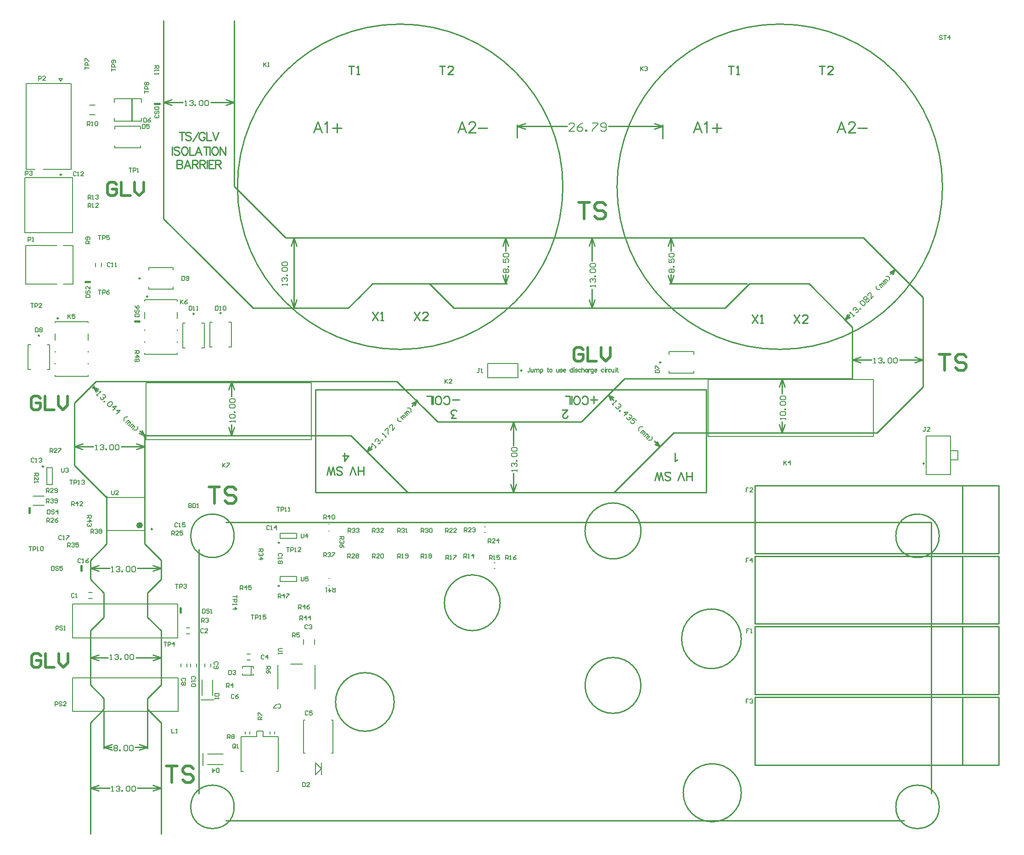
<source format=gbr>
%TF.GenerationSoftware,Altium Limited,Altium Designer,24.2.2 (26)*%
G04 Layer_Color=65535*
%FSLAX45Y45*%
%MOMM*%
%TF.SameCoordinates,E62911D3-7CC7-41A5-B2DD-A777233C8753*%
%TF.FilePolarity,Positive*%
%TF.FileFunction,Legend,Top*%
%TF.Part,Single*%
G01*
G75*
%TA.AperFunction,NonConductor*%
%ADD80C,0.25400*%
%ADD81C,0.15240*%
%ADD82C,0.25000*%
%ADD101C,0.60000*%
%ADD102C,0.20000*%
%ADD103C,0.15000*%
%ADD104C,0.40000*%
%ADD105C,0.12700*%
%ADD106C,0.50000*%
D80*
X9960000Y11940000D02*
G03*
X9960000Y11940000I-3000000J0D01*
G01*
X16960001D02*
G03*
X16960001Y11940000I-3000000J0D01*
G01*
X3900000Y500000D02*
G03*
X3900000Y500000I-400000J0D01*
G01*
Y5500000D02*
G03*
X3900000Y5500000I-400000J0D01*
G01*
X16900000D02*
G03*
X16900000Y5500000I-400000J0D01*
G01*
Y500000D02*
G03*
X16900000Y500000I-400000J0D01*
G01*
X13250093Y760000D02*
G03*
X13250093Y760000I-535093J0D01*
G01*
X11400097Y2740000D02*
G03*
X11400097Y2740000I-515097J0D01*
G01*
X13250000Y3600000D02*
G03*
X13250000Y3600000I-550000J0D01*
G01*
X11401551Y5590000D02*
G03*
X11401551Y5590000I-516551J0D01*
G01*
X6850208Y2435000D02*
G03*
X6850208Y2435000I-540208J0D01*
G01*
X8804125Y4265000D02*
G03*
X8804125Y4265000I-514125J0D01*
G01*
X6500000Y10150000D02*
X7500000D01*
X7950000Y9700000D01*
X6488100Y10150000D02*
X8925400D01*
X4888101Y10999999D02*
X8925400D01*
X8900000Y10150000D02*
Y10318776D01*
Y10749943D02*
Y10999999D01*
Y10150000D02*
X8950800Y10302400D01*
X8849200D02*
X8900000Y10150000D01*
X8849200Y10847599D02*
X8900000Y10999999D01*
X8950800Y10847599D01*
X2550000Y0D02*
Y2050000D01*
X2300000Y2300000D02*
X2550000Y2050000D01*
X3750000Y250000D02*
X16250000D01*
X3250000Y750000D02*
Y5250000D01*
X3750000Y5750000D02*
X16753999Y5754000D01*
X16750000Y750000D02*
X16753999Y5754000D01*
X9120000Y12844650D02*
Y13081000D01*
X11798801Y12827843D02*
Y13081000D01*
X9120000Y13055600D02*
X10035331D01*
X10802189D02*
X11798801D01*
X9120000D02*
X9272400Y13004800D01*
X9120000Y13055600D02*
X9272400Y13106400D01*
X11646401D02*
X11798801Y13055600D01*
X11646401Y13004800D02*
X11798801Y13055600D01*
X17330000Y5175000D02*
Y6425000D01*
X13500000Y5175000D02*
Y6425000D01*
X18000000Y5175000D02*
Y6425000D01*
X13500000D02*
X18000000D01*
X13500000Y5175000D02*
X18000000D01*
X2300000Y2300000D02*
Y2500000D01*
X2550000Y2750000D01*
Y3750000D01*
X2300000Y4000000D02*
X2550000Y3750000D01*
X2300000Y4000000D02*
Y4450000D01*
X1250000Y2050000D02*
X1500000Y2300000D01*
Y2500000D01*
Y4000000D02*
Y4450000D01*
X1250000Y3750000D02*
X1500000Y4000000D01*
X1250000Y2750000D02*
Y3750000D01*
Y2750000D02*
X1500000Y2500000D01*
X2550000Y4937500D02*
Y5050000D01*
Y4700000D02*
Y4812500D01*
X950000Y6800000D02*
X1545000Y6205000D01*
X1550000D01*
Y6231652D01*
Y5400000D02*
Y6231652D01*
X950000Y6800000D02*
Y7950000D01*
X1112282Y8112282D01*
X1350000Y8350000D01*
X7412500Y7837500D02*
X7650000Y7600000D01*
X6900000Y8350000D02*
X7087500Y8162500D01*
X6000000Y9700000D02*
X6200000Y9900000D01*
X4050000D02*
Y9900000D01*
X4250000Y9700000D01*
X3456250Y10493750D02*
X4050000Y9900000D01*
X2600000Y11350000D02*
X3193750Y10756250D01*
X2600000Y11350000D02*
Y11450000D01*
Y11550000D01*
Y14600000D02*
Y15000000D01*
X16067017Y10432866D02*
X16103055Y10397062D01*
X15145033Y9504849D02*
X15181071Y9469045D01*
X16038203Y10320530D02*
X16085036Y10414964D01*
X15990909Y10367516D02*
X16085036Y10414964D01*
X15163052Y9486947D02*
X15257179Y9534395D01*
X15163052Y9486947D02*
X15209886Y9581381D01*
X15999101Y10328467D02*
X16085036Y10414964D01*
X15163052Y9486947D02*
X15248988Y9573444D01*
X14381210Y10150000D02*
X14500000D01*
X15300000Y9350000D01*
X17330000Y1275000D02*
Y2525000D01*
X13500000Y1275000D02*
Y2525000D01*
X18000000Y1275000D02*
Y2525000D01*
X13500000D02*
X18000000D01*
X13500000Y1275000D02*
X18000000D01*
X13500000Y2575000D02*
X18000000D01*
X13500000Y3825000D02*
X18000000D01*
Y2575000D02*
Y3825000D01*
X13500000Y2575000D02*
Y3825000D01*
X17330000Y2575000D02*
Y3825000D01*
Y3875000D02*
Y5125000D01*
X13500000Y3875000D02*
Y5125000D01*
X18000000Y3875000D02*
Y5125000D01*
X13500000D02*
X18000000D01*
X13500000Y3875000D02*
X18000000D01*
X2228553Y7333511D02*
X2263528Y7370354D01*
X1282513Y8231578D02*
X1317487Y8268422D01*
X2150566Y7396605D02*
X2246040Y7351932D01*
X2196464Y7444955D02*
X2246040Y7351932D01*
X1300000Y8250000D02*
X1349576Y8156977D01*
X1300000Y8250000D02*
X1395475Y8205327D01*
X2158964Y7434593D02*
X2246040Y7351932D01*
X1300000Y8250000D02*
X1387076Y8167339D01*
X11728226Y7128256D02*
X11764177Y7164147D01*
X10779025Y8079056D02*
X10814977Y8114946D01*
X11651960Y7193421D02*
X11746202Y7146201D01*
X11699140Y7240522D02*
X11746202Y7146201D01*
X10797001Y8097001D02*
X10844062Y8002681D01*
X10797001Y8097001D02*
X10891242Y8049781D01*
X11647570Y7244999D02*
X11746202Y7146201D01*
X10797001Y8097001D02*
X10895633Y7998203D01*
X7253773Y8008918D02*
X7289830Y7973133D01*
X6325895Y7073968D02*
X6361953Y7038184D01*
X7225019Y7896566D02*
X7271802Y7991025D01*
X7177700Y7943527D02*
X7271802Y7991025D01*
X6343924Y7056076D02*
X6438025Y7103574D01*
X6343924Y7056076D02*
X6390706Y7150535D01*
X7176849Y7895349D02*
X7271802Y7991025D01*
X6343924Y7056076D02*
X6438877Y7151752D01*
X2600000Y11550000D02*
Y14600000D01*
X3193750Y10756250D02*
X3456250Y10493750D01*
X4250000Y9700000D02*
X6000000D01*
X3900000Y11950000D02*
Y15000000D01*
Y11950000D02*
X4850001Y10999999D01*
X15300000Y8400000D02*
Y9350000D01*
X6200000Y9900000D02*
X6450000Y10150000D01*
X6500000D01*
X7950000Y9700000D02*
X12950000D01*
X13400000Y10150000D01*
X14450000D01*
X16600000Y8250000D02*
Y9900000D01*
X15500000Y11000000D02*
X16600000Y9900000D01*
X4850001Y10999999D02*
X15500000Y11000000D01*
X15750000Y7400000D02*
X16600000Y8250000D01*
X12000000Y7400000D02*
X15750000D01*
X12600000Y6300000D02*
Y8200000D01*
X5400000Y6300000D02*
Y8200000D01*
Y6300000D02*
X12600000D01*
X5400000Y8200000D02*
X12600000D01*
X1250000Y0D02*
Y2050000D01*
X2300000Y4450000D02*
X2550000Y4700000D01*
Y4812500D02*
Y4937500D01*
X2250000Y5350000D02*
X2550000Y5050000D01*
X2250000Y5350000D02*
Y5400000D01*
X1250000Y4700000D02*
X1500000Y4450000D01*
X1250000Y4700000D02*
Y5050000D01*
X1550000Y5350000D01*
Y5400000D01*
X10900000Y6300000D02*
X12000000Y7400000D01*
X7100000Y6300000D02*
X10900000D01*
X6050000Y7350000D02*
X7100000Y6300000D01*
X2250000Y7350000D02*
X6050000D01*
X2250000Y6400000D02*
Y7350000D01*
X1350000Y8350000D02*
X6900000D01*
X7087500Y8162500D02*
X7412500Y7837500D01*
X7650000Y7600000D02*
X10300000D01*
X11100000Y8400000D01*
X15300000D01*
X2250000Y5400000D02*
Y6400000D01*
X2013500Y13152299D02*
Y13558701D01*
X1250000Y3250000D02*
X1402400Y3300800D01*
X1250000Y3250000D02*
X1402400Y3199200D01*
X2397600D02*
X2550000Y3250000D01*
X2397600Y3300800D02*
X2550000Y3250000D01*
X1250000D02*
X1574600D01*
X2089074D02*
X2550000D01*
X1250000Y2788100D02*
Y3275400D01*
X2550000Y3224600D02*
Y3711900D01*
X1500000Y1600000D02*
X1652400Y1650800D01*
X1500000Y1600000D02*
X1652400Y1549200D01*
X2147600D02*
X2300000Y1600000D01*
X2147600Y1650800D02*
X2300000Y1600000D01*
X1500000D02*
X1643776D01*
X2074944D02*
X2300000D01*
X1500000Y1574600D02*
Y2261900D01*
X2300000Y1574600D02*
Y2461900D01*
X1250000Y850000D02*
X1402400Y900800D01*
X1250000Y850000D02*
X1402400Y799200D01*
X2397600D02*
X2550000Y850000D01*
X2397600Y900800D02*
X2550000Y850000D01*
X1250000D02*
X1602123D01*
X2116597D02*
X2550000D01*
X1250000Y824600D02*
Y2011900D01*
X2550000Y824600D02*
Y2011900D01*
X950000Y7150000D02*
X1102400Y7200800D01*
X950000Y7150000D02*
X1102400Y7099200D01*
X2097600D02*
X2250000Y7150000D01*
X2097600Y7200800D02*
X2250000Y7150000D01*
X950000D02*
X1302123D01*
X1816597D02*
X2250000D01*
X950000Y6838100D02*
Y7175400D01*
X2250000Y7124600D02*
Y7311900D01*
X5000000Y10999999D02*
X5050800Y10847599D01*
X4949200D02*
X5000000Y10999999D01*
X4949200Y9852400D02*
X5000000Y9700000D01*
X5050800Y9852400D01*
X5000000Y10349999D02*
Y10999999D01*
Y9700000D02*
Y10349999D01*
X4888101Y10999999D02*
X5025400D01*
X4974600Y9700000D02*
X5961900D01*
X11950000Y11000000D02*
X12000800Y10847600D01*
X11899200D02*
X11950000Y11000000D01*
X11899200Y10302400D02*
X11950000Y10150000D01*
X12000800Y10302400D01*
X11950000Y10749943D02*
Y11000000D01*
Y10150000D02*
Y10318776D01*
X11924600Y11000000D02*
X15461900D01*
X11924600Y10150000D02*
X13361900D01*
X10500000Y11000000D02*
X10550800Y10847600D01*
X10449200D02*
X10500000Y11000000D01*
X10449200Y9852400D02*
X10500000Y9700000D01*
X10550800Y9852400D01*
X10500000Y10566597D02*
Y11000000D01*
Y9700000D02*
Y10052123D01*
X10474600Y11000000D02*
X15461900D01*
X10474600Y9700000D02*
X12911900D01*
X3747600Y13449200D02*
X3900000Y13500000D01*
X3747600Y13550800D02*
X3900000Y13500000D01*
X2600000D02*
X2752400Y13550800D01*
X2600000Y13500000D02*
X2752400Y13449200D01*
X3466597Y13500000D02*
X3900000D01*
X2600000D02*
X2952123D01*
X3900000Y13474600D02*
Y14961900D01*
X2600000Y13474600D02*
Y14561900D01*
X15300000Y8750000D02*
X15452400Y8800800D01*
X15300000Y8750000D02*
X15452400Y8699200D01*
X16447600D02*
X16600000Y8750000D01*
X16447600Y8800800D02*
X16600000Y8750000D01*
X15300000D02*
X15652122D01*
X16166597D02*
X16600000D01*
X15300000Y8438100D02*
Y8775400D01*
X16600000Y8288100D02*
Y8775400D01*
X14000000Y8400000D02*
X14050800Y8247600D01*
X13949200D02*
X14000000Y8400000D01*
X13949200Y7552400D02*
X14000000Y7400000D01*
X14050800Y7552400D01*
X14000000Y8116597D02*
Y8400000D01*
Y7400000D02*
Y7602123D01*
X11138100Y8400000D02*
X14025400D01*
X12038100Y7400000D02*
X14025400D01*
X9050000Y7600000D02*
X9100800Y7447600D01*
X8999200D02*
X9050000Y7600000D01*
X8999200Y6452400D02*
X9050000Y6300000D01*
X9100800Y6452400D01*
X9050000Y7166597D02*
Y7600000D01*
Y6300000D02*
Y6652123D01*
X9024600Y7600000D02*
X10261900D01*
X9024600Y6300000D02*
X10861900D01*
X3850000Y8350000D02*
X3900800Y8197600D01*
X3799200D02*
X3850000Y8350000D01*
X3799200Y7502400D02*
X3850000Y7350000D01*
X3900800Y7502400D01*
X3850000Y8066597D02*
Y8350000D01*
Y7350000D02*
Y7552123D01*
X1388100Y8350000D02*
X3875400D01*
X2288100Y7350000D02*
X3875400D01*
X1250000Y4900000D02*
X1402400Y4950800D01*
X1250000Y4900000D02*
X1402400Y4849200D01*
X2397600D02*
X2550000Y4900000D01*
X2397600Y4950800D02*
X2550000Y4900000D01*
X1250000D02*
X1602123D01*
X2116597D02*
X2550000D01*
X1250000Y4874600D02*
Y5011900D01*
X2550000Y4899400D02*
Y4925400D01*
X7223041Y9626175D02*
X7324608Y9473825D01*
Y9626175D02*
X7223041Y9473825D01*
X7476959D02*
X7375392D01*
X7476959Y9575392D01*
Y9600783D01*
X7451567Y9626175D01*
X7400784D01*
X7375392Y9600783D01*
X6008433Y14166174D02*
X6110000D01*
X6059216D01*
Y14013824D01*
X6160783D02*
X6211567D01*
X6186175D01*
Y14166174D01*
X6160783Y14140784D01*
X7683041Y14166174D02*
X7784608D01*
X7733825D01*
Y14013824D01*
X7936959D02*
X7835392D01*
X7936959Y14115392D01*
Y14140784D01*
X7911567Y14166174D01*
X7860784D01*
X7835392Y14140784D01*
X6448433Y9626175D02*
X6550000Y9473825D01*
Y9626175D02*
X6448433Y9473825D01*
X6600784D02*
X6651567D01*
X6626176D01*
Y9626175D01*
X6600784Y9600783D01*
X13448433Y9576175D02*
X13550000Y9423825D01*
Y9576175D02*
X13448433Y9423825D01*
X13600784D02*
X13651567D01*
X13626176D01*
Y9576175D01*
X13600784Y9550784D01*
X14683041Y14166174D02*
X14784608D01*
X14733826D01*
Y14013824D01*
X14936958D02*
X14835393D01*
X14936958Y14115392D01*
Y14140784D01*
X14911568Y14166174D01*
X14860783D01*
X14835393Y14140784D01*
X13008434Y14166174D02*
X13110001D01*
X13059216D01*
Y14013824D01*
X13160783D02*
X13211568D01*
X13186176D01*
Y14166174D01*
X13160783Y14140784D01*
X14223041Y9576175D02*
X14324608Y9423825D01*
Y9576175D02*
X14223041Y9423825D01*
X14476959D02*
X14375392D01*
X14476959Y9525392D01*
Y9550784D01*
X14451567Y9576175D01*
X14400784D01*
X14375392Y9550784D01*
X2935470Y12949535D02*
Y12797167D01*
X2884681Y12949535D02*
X2986259D01*
X3105977Y12927766D02*
X3091466Y12942278D01*
X3069699Y12949535D01*
X3040677D01*
X3018910Y12942278D01*
X3004399Y12927766D01*
Y12913255D01*
X3011654Y12898746D01*
X3018910Y12891489D01*
X3033421Y12884235D01*
X3076954Y12869724D01*
X3091466Y12862466D01*
X3098721Y12855211D01*
X3105977Y12840700D01*
Y12818933D01*
X3091466Y12804422D01*
X3069699Y12797167D01*
X3040677D01*
X3018910Y12804422D01*
X3004399Y12818933D01*
X3140078Y12775400D02*
X3241656Y12949535D01*
X3360648Y12913255D02*
X3353392Y12927766D01*
X3338881Y12942278D01*
X3324370Y12949535D01*
X3295348D01*
X3280836Y12942278D01*
X3266325Y12927766D01*
X3259070Y12913255D01*
X3251814Y12891489D01*
Y12855211D01*
X3259070Y12833446D01*
X3266325Y12818933D01*
X3280836Y12804422D01*
X3295348Y12797167D01*
X3324370D01*
X3338881Y12804422D01*
X3353392Y12818933D01*
X3360648Y12833446D01*
Y12855211D01*
X3324370D02*
X3360648D01*
X3395475Y12949535D02*
Y12797167D01*
X3482542D01*
X3499230Y12949535D02*
X3557274Y12797167D01*
X3615319Y12949535D02*
X3557274Y12797167D01*
X2844050Y12427767D02*
Y12275400D01*
Y12427767D02*
X2909351D01*
X2931117Y12420512D01*
X2938373Y12413256D01*
X2945628Y12398745D01*
Y12384234D01*
X2938373Y12369723D01*
X2931117Y12362467D01*
X2909351Y12355211D01*
X2844050D02*
X2909351D01*
X2931117Y12347956D01*
X2938373Y12340700D01*
X2945628Y12326189D01*
Y12304422D01*
X2938373Y12289911D01*
X2931117Y12282655D01*
X2909351Y12275400D01*
X2844050D01*
X3095819D02*
X3037774Y12427767D01*
X2979730Y12275400D01*
X3001496Y12326189D02*
X3074052D01*
X3131371Y12427767D02*
Y12275400D01*
Y12427767D02*
X3196672D01*
X3218439Y12420512D01*
X3225694Y12413256D01*
X3232950Y12398745D01*
Y12384234D01*
X3225694Y12369723D01*
X3218439Y12362467D01*
X3196672Y12355211D01*
X3131371D01*
X3182161D02*
X3232950Y12275400D01*
X3267051Y12427767D02*
Y12275400D01*
Y12427767D02*
X3332351D01*
X3354118Y12420512D01*
X3361374Y12413256D01*
X3368629Y12398745D01*
Y12384234D01*
X3361374Y12369723D01*
X3354118Y12362467D01*
X3332351Y12355211D01*
X3267051D01*
X3317840D02*
X3368629Y12275400D01*
X3402730Y12427767D02*
Y12275400D01*
X3528977Y12427767D02*
X3434655D01*
Y12275400D01*
X3528977D01*
X3434655Y12355211D02*
X3492699D01*
X3554372Y12427767D02*
Y12275400D01*
Y12427767D02*
X3619672D01*
X3641439Y12420512D01*
X3648695Y12413256D01*
X3655950Y12398745D01*
Y12384234D01*
X3648695Y12369723D01*
X3641439Y12362467D01*
X3619672Y12355211D01*
X3554372D01*
X3605161D02*
X3655950Y12275400D01*
X2760248Y12677767D02*
Y12525400D01*
X2893751Y12656001D02*
X2879240Y12670512D01*
X2857473Y12677767D01*
X2828451D01*
X2806684Y12670512D01*
X2792172Y12656001D01*
Y12641489D01*
X2799428Y12626978D01*
X2806684Y12619723D01*
X2821195Y12612467D01*
X2864728Y12597956D01*
X2879240Y12590700D01*
X2886495Y12583444D01*
X2893751Y12568933D01*
Y12547167D01*
X2879240Y12532655D01*
X2857473Y12525400D01*
X2828451D01*
X2806684Y12532655D01*
X2792172Y12547167D01*
X2971385Y12677767D02*
X2956874Y12670512D01*
X2942363Y12656001D01*
X2935107Y12641489D01*
X2927852Y12619723D01*
Y12583444D01*
X2935107Y12561678D01*
X2942363Y12547167D01*
X2956874Y12532655D01*
X2971385Y12525400D01*
X3000408D01*
X3014919Y12532655D01*
X3029430Y12547167D01*
X3036686Y12561678D01*
X3043941Y12583444D01*
Y12619723D01*
X3036686Y12641489D01*
X3029430Y12656001D01*
X3014919Y12670512D01*
X3000408Y12677767D01*
X2971385D01*
X3079494D02*
Y12525400D01*
X3166561D01*
X3299338D02*
X3241293Y12677767D01*
X3183249Y12525400D01*
X3205015Y12576189D02*
X3277571D01*
X3385680Y12677767D02*
Y12525400D01*
X3334890Y12677767D02*
X3436469D01*
X3454608D02*
Y12525400D01*
X3530066Y12677767D02*
X3515555Y12670512D01*
X3501044Y12656001D01*
X3493788Y12641489D01*
X3486532Y12619723D01*
Y12583444D01*
X3493788Y12561678D01*
X3501044Y12547167D01*
X3515555Y12532655D01*
X3530066Y12525400D01*
X3559088D01*
X3573599Y12532655D01*
X3588110Y12547167D01*
X3595366Y12561678D01*
X3602622Y12583444D01*
Y12619723D01*
X3595366Y12641489D01*
X3588110Y12656001D01*
X3573599Y12670512D01*
X3559088Y12677767D01*
X3530066D01*
X3638174D02*
Y12525400D01*
Y12677767D02*
X3739752Y12525400D01*
Y12677767D02*
Y12525400D01*
X6289924Y6623816D02*
Y6776184D01*
X6188346Y6623816D02*
Y6776184D01*
X6289924Y6696372D02*
X6188346D01*
X6146264Y6623816D02*
X6088219Y6776184D01*
X6030174Y6623816D02*
X6088219Y6776184D01*
X5789289Y6645583D02*
X5803800Y6631072D01*
X5825566Y6623816D01*
X5854589D01*
X5876356Y6631072D01*
X5890867Y6645583D01*
Y6660094D01*
X5883611Y6674605D01*
X5876356Y6681861D01*
X5861845Y6689116D01*
X5818311Y6703628D01*
X5803800Y6710883D01*
X5796544Y6718139D01*
X5789289Y6732650D01*
Y6754417D01*
X5803800Y6768928D01*
X5825566Y6776184D01*
X5854589D01*
X5876356Y6768928D01*
X5890867Y6754417D01*
X5755187Y6623816D02*
X5718909Y6776184D01*
X5682632Y6623816D02*
X5718909Y6776184D01*
X5682632Y6623816D02*
X5646353Y6776184D01*
X5610076Y6623816D02*
X5646353Y6776184D01*
X12339924Y6523816D02*
Y6676183D01*
X12238346Y6523816D02*
Y6676183D01*
X12339924Y6596372D02*
X12238346D01*
X12196263Y6523816D02*
X12138219Y6676183D01*
X12080174Y6523816D02*
X12138219Y6676183D01*
X11839288Y6545583D02*
X11853800Y6531072D01*
X11875566Y6523816D01*
X11904589D01*
X11926355Y6531072D01*
X11940867Y6545583D01*
Y6560094D01*
X11933611Y6574605D01*
X11926355Y6581861D01*
X11911844Y6589116D01*
X11868311Y6603628D01*
X11853800Y6610883D01*
X11846544Y6618139D01*
X11839288Y6632650D01*
Y6654417D01*
X11853800Y6668928D01*
X11875566Y6676183D01*
X11904589D01*
X11926355Y6668928D01*
X11940867Y6654417D01*
X11805187Y6523816D02*
X11768909Y6676183D01*
X11732631Y6523816D02*
X11768909Y6676183D01*
X11732631Y6523816D02*
X11696353Y6676183D01*
X11660075Y6523816D02*
X11696353Y6676183D01*
X8048930Y8010883D02*
X7918329D01*
X7764511Y7960094D02*
X7771767Y7945583D01*
X7786278Y7931072D01*
X7800789Y7923816D01*
X7829811D01*
X7844323Y7931072D01*
X7858834Y7945583D01*
X7866089Y7960094D01*
X7873345Y7981861D01*
Y8018139D01*
X7866089Y8039905D01*
X7858834Y8054417D01*
X7844323Y8068928D01*
X7829811Y8076183D01*
X7800789D01*
X7786278Y8068928D01*
X7771767Y8054417D01*
X7764511Y8039905D01*
X7678170Y7923816D02*
X7692681Y7931072D01*
X7707192Y7945583D01*
X7714448Y7960094D01*
X7721703Y7981861D01*
Y8018139D01*
X7714448Y8039905D01*
X7707192Y8054417D01*
X7692681Y8068928D01*
X7678170Y8076183D01*
X7649147D01*
X7634636Y8068928D01*
X7620125Y8054417D01*
X7612869Y8039905D01*
X7605614Y8018139D01*
Y7981861D01*
X7612869Y7960094D01*
X7620125Y7945583D01*
X7634636Y7931072D01*
X7649147Y7923816D01*
X7678170D01*
X7570061D02*
Y8076183D01*
X7538137Y7923816D02*
Y8076183D01*
X7451070D01*
X10533630Y7945583D02*
Y8076183D01*
X10598930Y8010883D02*
X10468329D01*
X10314511Y7960094D02*
X10321767Y7945583D01*
X10336278Y7931072D01*
X10350789Y7923816D01*
X10379811D01*
X10394323Y7931072D01*
X10408834Y7945583D01*
X10416089Y7960094D01*
X10423345Y7981861D01*
Y8018139D01*
X10416089Y8039905D01*
X10408834Y8054417D01*
X10394323Y8068928D01*
X10379811Y8076183D01*
X10350789D01*
X10336278Y8068928D01*
X10321767Y8054417D01*
X10314511Y8039905D01*
X10228170Y7923816D02*
X10242681Y7931072D01*
X10257192Y7945583D01*
X10264448Y7960094D01*
X10271703Y7981861D01*
Y8018139D01*
X10264448Y8039905D01*
X10257192Y8054417D01*
X10242681Y8068928D01*
X10228170Y8076183D01*
X10199147D01*
X10184636Y8068928D01*
X10170125Y8054417D01*
X10162869Y8039905D01*
X10155614Y8018139D01*
Y7981861D01*
X10162869Y7960094D01*
X10170125Y7945583D01*
X10184636Y7931072D01*
X10199147Y7923816D01*
X10228170D01*
X10120061D02*
Y8076183D01*
X10088137Y7923816D02*
Y8076183D01*
X10001070D01*
X5931861Y6873816D02*
X6004416Y6975394D01*
X5895583D01*
X5931861Y6873816D02*
Y7026184D01*
X7986278Y7673816D02*
X7906467D01*
X7950000Y7731861D01*
X7928233D01*
X7913722Y7739116D01*
X7906467Y7746372D01*
X7899211Y7768139D01*
Y7782650D01*
X7906467Y7804417D01*
X7920978Y7818928D01*
X7942745Y7826183D01*
X7964511D01*
X7986278Y7818928D01*
X7993534Y7811672D01*
X8000789Y7797161D01*
X10043534Y7710094D02*
Y7702839D01*
X10036278Y7688327D01*
X10029022Y7681072D01*
X10014511Y7673816D01*
X9985489D01*
X9970978Y7681072D01*
X9963722Y7688327D01*
X9956466Y7702839D01*
Y7717350D01*
X9963722Y7731861D01*
X9978233Y7753628D01*
X10050789Y7826183D01*
X9949211D01*
X12068139Y6902839D02*
X12053628Y6895583D01*
X12031861Y6873816D01*
Y7026184D01*
D81*
X4216400Y2933700D02*
Y3086100D01*
X4050030Y2929890D02*
Y2958846D01*
Y3089910D02*
X4255770D01*
X4050030Y3060954D02*
Y3089910D01*
Y2929890D02*
X4255770D01*
Y2958846D01*
Y3060954D02*
Y3089910D01*
X5177510Y3499055D02*
Y3587545D01*
X5382910Y3499055D02*
Y3587545D01*
X753510Y10142501D02*
X930000D01*
Y10857499D01*
X53000Y10142501D02*
X634491D01*
X53000D02*
Y10857499D01*
X753509D02*
X930000D01*
X53000D02*
X634491D01*
X3308600Y2560100D02*
Y2850100D01*
X3498600Y2560100D02*
Y2850100D01*
X3289300Y2476500D02*
X3517900D01*
X3411000Y1470713D02*
X3701000D01*
X3411000Y1280713D02*
X3701000D01*
X3327400Y1261413D02*
Y1490013D01*
X2864000Y2260000D02*
Y2880000D01*
X924000Y2880000D02*
X2864000Y2880000D01*
X924000Y2260000D02*
Y2880000D01*
Y2260000D02*
X2864000D01*
X920000Y4240000D02*
X2860000D01*
Y3620000D02*
Y4240000D01*
X920000Y3620000D02*
X2860000Y3620000D01*
X920000Y3620000D02*
Y4240000D01*
X4715792Y1151608D02*
Y1796768D01*
X4029992Y1151608D02*
X4066568D01*
X4029992D02*
Y1796768D01*
X4315742D01*
Y1895828D01*
X4430042D01*
Y1796768D02*
Y1895828D01*
Y1796768D02*
X4715792D01*
X4679216Y1151608D02*
X4715792D01*
X4099842Y1845028D02*
Y1888208D01*
X4188742Y1845028D02*
Y1888208D01*
X4557042Y1845028D02*
Y1888208D01*
X4645942Y1845028D02*
Y1888208D01*
X4938554Y3134490D02*
X5161446D01*
X5392900Y2678773D02*
Y3115225D01*
X4707100Y2678775D02*
Y3115226D01*
X15682732Y7336760D02*
Y8383240D01*
X12637271D02*
X15682732D01*
X12637271Y7336760D02*
Y8383240D01*
Y7336760D02*
X15682732D01*
X2277270Y7276760D02*
X5322730D01*
X2277270D02*
Y8323240D01*
X5322730D01*
Y7276760D02*
Y8323240D01*
X1687110Y13145950D02*
Y13210466D01*
Y13565050D02*
X2187490D01*
X1687110Y13500534D02*
Y13565050D01*
Y13145950D02*
X2187490D01*
Y13210466D01*
Y13500534D02*
Y13565050D01*
X8881917Y10359416D02*
X8865256Y10376077D01*
Y10409400D01*
X8881917Y10426061D01*
X8898579D01*
X8915240Y10409400D01*
X8931901Y10426061D01*
X8948562D01*
X8965224Y10409400D01*
Y10376077D01*
X8948562Y10359416D01*
X8931901D01*
X8915240Y10376077D01*
X8898579Y10359416D01*
X8881917D01*
X8915240Y10376077D02*
Y10409400D01*
X8965224Y10459384D02*
X8948562D01*
Y10476045D01*
X8965224D01*
Y10459384D01*
X8865256Y10609335D02*
Y10542690D01*
X8915240D01*
X8898579Y10576013D01*
Y10592674D01*
X8915240Y10609335D01*
X8948562D01*
X8965224Y10592674D01*
Y10559351D01*
X8948562Y10542690D01*
X8881917Y10642658D02*
X8865256Y10659319D01*
Y10692642D01*
X8881917Y10709303D01*
X8948562D01*
X8965224Y10692642D01*
Y10659319D01*
X8948562Y10642658D01*
X8881917D01*
X16954517Y14719292D02*
X16941821Y14731989D01*
X16916429D01*
X16903732Y14719292D01*
Y14706596D01*
X16916429Y14693900D01*
X16941821D01*
X16954517Y14681204D01*
Y14668507D01*
X16941821Y14655812D01*
X16916429D01*
X16903732Y14668507D01*
X16979909Y14731989D02*
X17030692D01*
X17005299D01*
Y14655812D01*
X17094173D02*
Y14731989D01*
X17056084Y14693900D01*
X17106866D01*
X10177538Y12964185D02*
X10075971D01*
X10177538Y13065752D01*
Y13091142D01*
X10152147Y13116534D01*
X10101363D01*
X10075971Y13091142D01*
X10329889Y13116534D02*
X10279105Y13091142D01*
X10228322Y13040359D01*
Y12989577D01*
X10253714Y12964185D01*
X10304497D01*
X10329889Y12989577D01*
Y13014967D01*
X10304497Y13040359D01*
X10228322D01*
X10380673Y12964185D02*
Y12989577D01*
X10406065D01*
Y12964185D01*
X10380673D01*
X10507632Y13116534D02*
X10609199D01*
Y13091142D01*
X10507632Y12989577D01*
Y12964185D01*
X10659982Y12989577D02*
X10685374Y12964185D01*
X10736158D01*
X10761549Y12989577D01*
Y13091142D01*
X10736158Y13116534D01*
X10685374D01*
X10659982Y13091142D01*
Y13065752D01*
X10685374Y13040359D01*
X10761549D01*
X15313161Y9545494D02*
X15336646Y9569133D01*
X15324904Y9557313D01*
X15253986Y9627770D01*
X15254062Y9604208D01*
X15312776Y9663306D02*
X15312698Y9686869D01*
X15336185Y9710508D01*
X15359747Y9710585D01*
X15371567Y9698842D01*
X15371645Y9675280D01*
X15359901Y9663460D01*
X15371645Y9675280D01*
X15395206Y9675356D01*
X15407027Y9663614D01*
X15407103Y9640051D01*
X15383618Y9616412D01*
X15360056Y9616335D01*
X15442332Y9675510D02*
X15430511Y9687253D01*
X15442255Y9699073D01*
X15454076Y9687330D01*
X15442332Y9675510D01*
X15441946Y9793323D02*
X15441870Y9816885D01*
X15465356Y9840525D01*
X15488918Y9840601D01*
X15536197Y9793630D01*
X15536275Y9770068D01*
X15512788Y9746428D01*
X15489226Y9746352D01*
X15441946Y9793323D01*
X15512404Y9864241D02*
X15512328Y9887803D01*
X15535812Y9911443D01*
X15559375Y9911519D01*
X15571194Y9899776D01*
X15571272Y9876214D01*
X15594833Y9876291D01*
X15606654Y9864548D01*
X15606731Y9840986D01*
X15583244Y9817346D01*
X15559683Y9817270D01*
X15547862Y9829012D01*
X15547787Y9852575D01*
X15524223Y9852498D01*
X15512404Y9864241D01*
X15547787Y9852575D02*
X15571272Y9876214D01*
X15688931Y9923724D02*
X15641960Y9876445D01*
X15641652Y9970695D01*
X15629832Y9982437D01*
X15606270Y9982361D01*
X15582784Y9958722D01*
X15582861Y9935159D01*
X15806358Y10041920D02*
X15759235Y10041767D01*
X15735596Y10065252D01*
X15735442Y10112377D01*
X15841588Y10077379D02*
X15794308Y10124351D01*
X15806052Y10136170D01*
X15829614Y10136247D01*
X15865073Y10101019D01*
X15829614Y10136247D01*
X15829536Y10159810D01*
X15853101Y10159887D01*
X15888559Y10124658D01*
X15912044Y10148298D02*
X15864766Y10195269D01*
X15876509Y10207089D01*
X15900072Y10207166D01*
X15935530Y10171937D01*
X15900072Y10207166D01*
X15899994Y10230728D01*
X15923557Y10230805D01*
X15959016Y10195576D01*
X15982501Y10219216D02*
X15982349Y10266341D01*
X15958708Y10289826D01*
X15911583Y10289673D01*
X1360593Y8102548D02*
X1384760Y8079606D01*
X1372676Y8091077D01*
X1441502Y8163579D01*
X1417947Y8162966D01*
X1478366Y8105611D02*
X1501921Y8106224D01*
X1526088Y8083282D01*
X1526701Y8059728D01*
X1515230Y8047644D01*
X1491675Y8047031D01*
X1479591Y8058502D01*
X1491675Y8047031D01*
X1492288Y8023477D01*
X1480817Y8011393D01*
X1457262Y8010780D01*
X1433095Y8033722D01*
X1432482Y8057277D01*
X1493513Y7976367D02*
X1504985Y7988451D01*
X1517068Y7976980D01*
X1505597Y7964896D01*
X1493513Y7976367D01*
X1611287Y7979431D02*
X1634842Y7980044D01*
X1659009Y7957102D01*
X1659621Y7933547D01*
X1613738Y7885213D01*
X1590183Y7884600D01*
X1566016Y7907541D01*
X1565403Y7931096D01*
X1611287Y7979431D01*
X1662685Y7815774D02*
X1731511Y7888276D01*
X1660847Y7886438D01*
X1709182Y7840554D01*
X1735188Y7746948D02*
X1804013Y7819450D01*
X1733349Y7817612D01*
X1781684Y7771728D01*
X1868108Y7620768D02*
X1866883Y7667877D01*
X1889825Y7692044D01*
X1936934Y7693270D01*
X1904359Y7586355D02*
X1950243Y7634690D01*
X1962327Y7623218D01*
X1962940Y7599664D01*
X1928527Y7563413D01*
X1962940Y7599664D01*
X1986494Y7600277D01*
X1987107Y7576722D01*
X1952694Y7540471D01*
X1976862Y7517529D02*
X2022746Y7565864D01*
X2034829Y7554393D01*
X2035442Y7530838D01*
X2001029Y7494587D01*
X2035442Y7530838D01*
X2058997Y7531451D01*
X2059609Y7507897D01*
X2025196Y7471645D01*
X2049364Y7448703D02*
X2096473Y7449929D01*
X2119415Y7474096D01*
X2118190Y7521206D01*
X10867419Y7934146D02*
X10890961Y7910564D01*
X10879190Y7922355D01*
X10949937Y7992984D01*
X10926375Y7993003D01*
X10985232Y7934047D02*
X11008794Y7934028D01*
X11032337Y7910445D01*
X11032317Y7886882D01*
X11020526Y7875111D01*
X10996964Y7875131D01*
X10985192Y7886922D01*
X10996964Y7875131D01*
X10996943Y7851568D01*
X10985152Y7839797D01*
X10961590Y7839817D01*
X10938047Y7863399D01*
X10938067Y7886962D01*
X10996904Y7804443D02*
X11008695Y7816214D01*
X11020467Y7804423D01*
X11008675Y7792652D01*
X10996904Y7804443D01*
X11091075Y7710113D02*
X11161822Y7780742D01*
X11091135Y7780801D01*
X11138220Y7733636D01*
X11185345Y7733596D02*
X11208908Y7733577D01*
X11232451Y7709994D01*
X11232431Y7686432D01*
X11220639Y7674660D01*
X11197077Y7674680D01*
X11185306Y7686471D01*
X11197077Y7674680D01*
X11197057Y7651118D01*
X11185266Y7639346D01*
X11161704Y7639366D01*
X11138161Y7662948D01*
X11138181Y7686511D01*
X11314851Y7627456D02*
X11267765Y7674620D01*
X11232391Y7639306D01*
X11267725Y7627495D01*
X11279497Y7615704D01*
X11279477Y7592142D01*
X11255894Y7568599D01*
X11232332Y7568618D01*
X11208789Y7592201D01*
X11208809Y7615764D01*
X11361817Y7438915D02*
X11361857Y7486040D01*
X11385439Y7509583D01*
X11432565Y7509543D01*
X11397131Y7403541D02*
X11444296Y7450627D01*
X11456068Y7438836D01*
X11456048Y7415273D01*
X11420674Y7379959D01*
X11456048Y7415273D01*
X11479611Y7415253D01*
X11479590Y7391691D01*
X11444217Y7356376D01*
X11467760Y7332794D02*
X11514925Y7379879D01*
X11526696Y7368088D01*
X11526676Y7344526D01*
X11491303Y7309211D01*
X11526676Y7344526D01*
X11550239Y7344506D01*
X11550219Y7320943D01*
X11514845Y7285629D01*
X11538388Y7262046D02*
X11585513Y7262007D01*
X11609096Y7285550D01*
X11609136Y7332675D01*
X6503064Y7123836D02*
X6526537Y7147488D01*
X6514801Y7135662D01*
X6443845Y7206081D01*
X6443934Y7182519D01*
X6502617Y7241648D02*
X6502527Y7265211D01*
X6526000Y7288863D01*
X6549563Y7288952D01*
X6561389Y7277216D01*
X6561478Y7253653D01*
X6549742Y7241827D01*
X6561478Y7253653D01*
X6585040Y7253743D01*
X6596866Y7242006D01*
X6596956Y7218444D01*
X6573483Y7194792D01*
X6549920Y7194702D01*
X6632166Y7253922D02*
X6620340Y7265658D01*
X6632076Y7277484D01*
X6643902Y7265748D01*
X6632166Y7253922D01*
X6690848Y7313051D02*
X6714321Y7336703D01*
X6702585Y7324877D01*
X6631629Y7395296D01*
X6631718Y7371734D01*
X6678575Y7442600D02*
X6725521Y7489904D01*
X6737347Y7478167D01*
X6737704Y7383918D01*
X6749530Y7372181D01*
X6866895Y7490440D02*
X6819950Y7443137D01*
X6819592Y7537387D01*
X6807766Y7549123D01*
X6784203Y7549034D01*
X6760730Y7525382D01*
X6760820Y7501819D01*
X6984261Y7608700D02*
X6937136Y7608521D01*
X6913484Y7631994D01*
X6913305Y7679119D01*
X7019470Y7644178D02*
X6972166Y7691124D01*
X6983903Y7702950D01*
X7007465Y7703039D01*
X7042943Y7667830D01*
X7007465Y7703039D01*
X7007376Y7726602D01*
X7030938Y7726691D01*
X7066416Y7691482D01*
X7089889Y7715134D02*
X7042585Y7762080D01*
X7054322Y7773906D01*
X7077884Y7773995D01*
X7113362Y7738786D01*
X7077884Y7773995D01*
X7077795Y7797558D01*
X7101357Y7797647D01*
X7136835Y7762438D01*
X7160308Y7786090D02*
X7160129Y7833214D01*
X7136477Y7856687D01*
X7089352Y7856509D01*
X1615240Y3215240D02*
X1648563D01*
X1631901D01*
Y3315208D01*
X1615240Y3298546D01*
X1698547D02*
X1715208Y3315208D01*
X1748530D01*
X1765192Y3298546D01*
Y3281885D01*
X1748530Y3265224D01*
X1731869D01*
X1748530D01*
X1765192Y3248562D01*
Y3231901D01*
X1748530Y3215240D01*
X1715208D01*
X1698547Y3231901D01*
X1798514Y3215240D02*
Y3231901D01*
X1815176D01*
Y3215240D01*
X1798514D01*
X1881821Y3298546D02*
X1898482Y3315208D01*
X1931805D01*
X1948466Y3298546D01*
Y3231901D01*
X1931805Y3215240D01*
X1898482D01*
X1881821Y3231901D01*
Y3298546D01*
X1981789D02*
X1998450Y3315208D01*
X2031772D01*
X2048434Y3298546D01*
Y3231901D01*
X2031772Y3215240D01*
X1998450D01*
X1981789Y3231901D01*
Y3298546D01*
X1684416Y1618083D02*
X1701078Y1634744D01*
X1734400D01*
X1751062Y1618083D01*
Y1601421D01*
X1734400Y1584760D01*
X1751062Y1568099D01*
Y1551438D01*
X1734400Y1534776D01*
X1701078D01*
X1684416Y1551438D01*
Y1568099D01*
X1701078Y1584760D01*
X1684416Y1601421D01*
Y1618083D01*
X1701078Y1584760D02*
X1734400D01*
X1784384Y1534776D02*
Y1551438D01*
X1801046D01*
Y1534776D01*
X1784384D01*
X1867691Y1618083D02*
X1884352Y1634744D01*
X1917675D01*
X1934336Y1618083D01*
Y1551438D01*
X1917675Y1534776D01*
X1884352D01*
X1867691Y1551438D01*
Y1618083D01*
X1967658D02*
X1984320Y1634744D01*
X2017642D01*
X2034304Y1618083D01*
Y1551438D01*
X2017642Y1534776D01*
X1984320D01*
X1967658Y1551438D01*
Y1618083D01*
X1642763Y784776D02*
X1676086D01*
X1659425D01*
Y884744D01*
X1642763Y868083D01*
X1726070D02*
X1742731Y884744D01*
X1776054D01*
X1792715Y868083D01*
Y851421D01*
X1776054Y834760D01*
X1759392D01*
X1776054D01*
X1792715Y818099D01*
Y801438D01*
X1776054Y784776D01*
X1742731D01*
X1726070Y801438D01*
X1826037Y784776D02*
Y801438D01*
X1842699D01*
Y784776D01*
X1826037D01*
X1909344Y868083D02*
X1926005Y884744D01*
X1959328D01*
X1975989Y868083D01*
Y801438D01*
X1959328Y784776D01*
X1926005D01*
X1909344Y801438D01*
Y868083D01*
X2009312D02*
X2025973Y884744D01*
X2059296D01*
X2075957Y868083D01*
Y801438D01*
X2059296Y784776D01*
X2025973D01*
X2009312Y801438D01*
Y868083D01*
X1342763Y7084776D02*
X1376086D01*
X1359425D01*
Y7184744D01*
X1342763Y7168082D01*
X1426070D02*
X1442731Y7184744D01*
X1476053D01*
X1492715Y7168082D01*
Y7151421D01*
X1476053Y7134760D01*
X1459392D01*
X1476053D01*
X1492715Y7118099D01*
Y7101437D01*
X1476053Y7084776D01*
X1442731D01*
X1426070Y7101437D01*
X1526037Y7084776D02*
Y7101437D01*
X1542699D01*
Y7084776D01*
X1526037D01*
X1609344Y7168082D02*
X1626005Y7184744D01*
X1659328D01*
X1675989Y7168082D01*
Y7101437D01*
X1659328Y7084776D01*
X1626005D01*
X1609344Y7101437D01*
Y7168082D01*
X1709312D02*
X1725973Y7184744D01*
X1759295D01*
X1775957Y7168082D01*
Y7101437D01*
X1759295Y7084776D01*
X1725973D01*
X1709312Y7101437D01*
Y7168082D01*
X4884760Y10115240D02*
Y10148562D01*
Y10131901D01*
X4784792D01*
X4801453Y10115240D01*
Y10198546D02*
X4784792Y10215208D01*
Y10248530D01*
X4801453Y10265191D01*
X4818115D01*
X4834776Y10248530D01*
Y10231869D01*
Y10248530D01*
X4851437Y10265191D01*
X4868098D01*
X4884760Y10248530D01*
Y10215208D01*
X4868098Y10198546D01*
X4884760Y10298514D02*
X4868098D01*
Y10315175D01*
X4884760D01*
Y10298514D01*
X4801453Y10381820D02*
X4784792Y10398482D01*
Y10431804D01*
X4801453Y10448466D01*
X4868098D01*
X4884760Y10431804D01*
Y10398482D01*
X4868098Y10381820D01*
X4801453D01*
Y10481788D02*
X4784792Y10498450D01*
Y10531772D01*
X4801453Y10548433D01*
X4868098D01*
X4884760Y10531772D01*
Y10498450D01*
X4868098Y10481788D01*
X4801453D01*
X11931917Y10359416D02*
X11915256Y10376078D01*
Y10409400D01*
X11931917Y10426061D01*
X11948579D01*
X11965240Y10409400D01*
X11981901Y10426061D01*
X11998562D01*
X12015224Y10409400D01*
Y10376078D01*
X11998562Y10359416D01*
X11981901D01*
X11965240Y10376078D01*
X11948579Y10359416D01*
X11931917D01*
X11965240Y10376078D02*
Y10409400D01*
X12015224Y10459384D02*
X11998562D01*
Y10476046D01*
X12015224D01*
Y10459384D01*
X11915256Y10609336D02*
Y10542691D01*
X11965240D01*
X11948579Y10576013D01*
Y10592675D01*
X11965240Y10609336D01*
X11998562D01*
X12015224Y10592675D01*
Y10559352D01*
X11998562Y10542691D01*
X11931917Y10642658D02*
X11915256Y10659320D01*
Y10692642D01*
X11931917Y10709303D01*
X11998562D01*
X12015224Y10692642D01*
Y10659320D01*
X11998562Y10642658D01*
X11931917D01*
X10565224Y10092763D02*
Y10126086D01*
Y10109425D01*
X10465256D01*
X10481918Y10092763D01*
Y10176070D02*
X10465256Y10192731D01*
Y10226053D01*
X10481918Y10242715D01*
X10498579D01*
X10515240Y10226053D01*
Y10209392D01*
Y10226053D01*
X10531901Y10242715D01*
X10548563D01*
X10565224Y10226053D01*
Y10192731D01*
X10548563Y10176070D01*
X10565224Y10276037D02*
X10548563D01*
Y10292699D01*
X10565224D01*
Y10276037D01*
X10481918Y10359344D02*
X10465256Y10376005D01*
Y10409328D01*
X10481918Y10425989D01*
X10548563D01*
X10565224Y10409328D01*
Y10376005D01*
X10548563Y10359344D01*
X10481918D01*
Y10459312D02*
X10465256Y10475973D01*
Y10509295D01*
X10481918Y10525957D01*
X10548563D01*
X10565224Y10509295D01*
Y10475973D01*
X10548563Y10459312D01*
X10481918D01*
X2992763Y13434776D02*
X3026086D01*
X3009425D01*
Y13534744D01*
X2992763Y13518082D01*
X3076070D02*
X3092731Y13534744D01*
X3126053D01*
X3142715Y13518082D01*
Y13501421D01*
X3126053Y13484760D01*
X3109392D01*
X3126053D01*
X3142715Y13468098D01*
Y13451437D01*
X3126053Y13434776D01*
X3092731D01*
X3076070Y13451437D01*
X3176037Y13434776D02*
Y13451437D01*
X3192699D01*
Y13434776D01*
X3176037D01*
X3259344Y13518082D02*
X3276005Y13534744D01*
X3309328D01*
X3325989Y13518082D01*
Y13451437D01*
X3309328Y13434776D01*
X3276005D01*
X3259344Y13451437D01*
Y13518082D01*
X3359312D02*
X3375973Y13534744D01*
X3409295D01*
X3425957Y13518082D01*
Y13451437D01*
X3409295Y13434776D01*
X3375973D01*
X3359312Y13451437D01*
Y13518082D01*
X15692763Y8684776D02*
X15726086D01*
X15709425D01*
Y8784744D01*
X15692763Y8768083D01*
X15776070D02*
X15792731Y8784744D01*
X15826053D01*
X15842715Y8768083D01*
Y8751421D01*
X15826053Y8734760D01*
X15809392D01*
X15826053D01*
X15842715Y8718099D01*
Y8701438D01*
X15826053Y8684776D01*
X15792731D01*
X15776070Y8701438D01*
X15876038Y8684776D02*
Y8701438D01*
X15892699D01*
Y8684776D01*
X15876038D01*
X15959344Y8768083D02*
X15976006Y8784744D01*
X16009328D01*
X16025989Y8768083D01*
Y8701438D01*
X16009328Y8684776D01*
X15976006D01*
X15959344Y8701438D01*
Y8768083D01*
X16059312D02*
X16075974Y8784744D01*
X16109296D01*
X16125957Y8768083D01*
Y8701438D01*
X16109296Y8684776D01*
X16075974D01*
X16059312Y8701438D01*
Y8768083D01*
X14065224Y7642763D02*
Y7676086D01*
Y7659425D01*
X13965256D01*
X13981917Y7642763D01*
Y7726070D02*
X13965256Y7742731D01*
Y7776054D01*
X13981917Y7792715D01*
X14048563D01*
X14065224Y7776054D01*
Y7742731D01*
X14048563Y7726070D01*
X13981917D01*
X14065224Y7826037D02*
X14048563D01*
Y7842699D01*
X14065224D01*
Y7826037D01*
X13981917Y7909344D02*
X13965256Y7926005D01*
Y7959328D01*
X13981917Y7975989D01*
X14048563D01*
X14065224Y7959328D01*
Y7926005D01*
X14048563Y7909344D01*
X13981917D01*
Y8009312D02*
X13965256Y8025973D01*
Y8059296D01*
X13981917Y8075957D01*
X14048563D01*
X14065224Y8059296D01*
Y8025973D01*
X14048563Y8009312D01*
X13981917D01*
X9115224Y6692763D02*
Y6726086D01*
Y6709424D01*
X9015256D01*
X9031917Y6692763D01*
Y6776070D02*
X9015256Y6792731D01*
Y6826053D01*
X9031917Y6842715D01*
X9048579D01*
X9065240Y6826053D01*
Y6809392D01*
Y6826053D01*
X9081901Y6842715D01*
X9098562D01*
X9115224Y6826053D01*
Y6792731D01*
X9098562Y6776070D01*
X9115224Y6876037D02*
X9098562D01*
Y6892699D01*
X9115224D01*
Y6876037D01*
X9031917Y6959344D02*
X9015256Y6976005D01*
Y7009328D01*
X9031917Y7025989D01*
X9098562D01*
X9115224Y7009328D01*
Y6976005D01*
X9098562Y6959344D01*
X9031917D01*
Y7059312D02*
X9015256Y7075973D01*
Y7109295D01*
X9031917Y7125957D01*
X9098562D01*
X9115224Y7109295D01*
Y7075973D01*
X9098562Y7059312D01*
X9031917D01*
X3915224Y7592763D02*
Y7626086D01*
Y7609425D01*
X3815256D01*
X3831917Y7592763D01*
Y7676070D02*
X3815256Y7692731D01*
Y7726054D01*
X3831917Y7742715D01*
X3898562D01*
X3915224Y7726054D01*
Y7692731D01*
X3898562Y7676070D01*
X3831917D01*
X3915224Y7776038D02*
X3898562D01*
Y7792699D01*
X3915224D01*
Y7776038D01*
X3831917Y7859344D02*
X3815256Y7876005D01*
Y7909328D01*
X3831917Y7925989D01*
X3898562D01*
X3915224Y7909328D01*
Y7876005D01*
X3898562Y7859344D01*
X3831917D01*
Y7959312D02*
X3815256Y7975973D01*
Y8009296D01*
X3831917Y8025957D01*
X3898562D01*
X3915224Y8009296D01*
Y7975973D01*
X3898562Y7959312D01*
X3831917D01*
X1642763Y4834776D02*
X1676086D01*
X1659425D01*
Y4934744D01*
X1642763Y4918083D01*
X1726070D02*
X1742731Y4934744D01*
X1776054D01*
X1792715Y4918083D01*
Y4901421D01*
X1776054Y4884760D01*
X1759392D01*
X1776054D01*
X1792715Y4868099D01*
Y4851438D01*
X1776054Y4834776D01*
X1742731D01*
X1726070Y4851438D01*
X1826037Y4834776D02*
Y4851438D01*
X1842699D01*
Y4834776D01*
X1826037D01*
X1909344Y4918083D02*
X1926005Y4934744D01*
X1959328D01*
X1975989Y4918083D01*
Y4851438D01*
X1959328Y4834776D01*
X1926005D01*
X1909344Y4851438D01*
Y4918083D01*
X2009312D02*
X2025973Y4934744D01*
X2059296D01*
X2075957Y4918083D01*
Y4851438D01*
X2059296Y4834776D01*
X2025973D01*
X2009312Y4851438D01*
Y4918083D01*
X4792288Y3420238D02*
X4728808D01*
X4716112Y3407542D01*
Y3382150D01*
X4728808Y3369455D01*
X4792288D01*
X4716112Y3344063D02*
Y3318671D01*
Y3331367D01*
X4792288D01*
X4779592Y3344063D01*
X1398433Y10038088D02*
X1449217D01*
X1423825D01*
Y9961913D01*
X1474608D02*
Y10038088D01*
X1512696D01*
X1525392Y10025392D01*
Y10000000D01*
X1512696Y9987304D01*
X1474608D01*
X1601567Y10038088D02*
X1576176Y10025392D01*
X1550784Y10000000D01*
Y9974608D01*
X1563480Y9961913D01*
X1588872D01*
X1601567Y9974608D01*
Y9987304D01*
X1588872Y10000000D01*
X1550784D01*
X1398433Y11038088D02*
X1449217D01*
X1423825D01*
Y10961913D01*
X1474608D02*
Y11038088D01*
X1512696D01*
X1525392Y11025392D01*
Y11000000D01*
X1512696Y10987304D01*
X1474608D01*
X1601567Y11038088D02*
X1550784D01*
Y11000000D01*
X1576176Y11012696D01*
X1588872D01*
X1601567Y11000000D01*
Y10974608D01*
X1588872Y10961913D01*
X1563480D01*
X1550784Y10974608D01*
X2603533Y3543288D02*
X2654317D01*
X2628925D01*
Y3467112D01*
X2679708D02*
Y3543288D01*
X2717796D01*
X2730492Y3530592D01*
Y3505200D01*
X2717796Y3492504D01*
X2679708D01*
X2793972Y3467112D02*
Y3543288D01*
X2755884Y3505200D01*
X2806667D01*
X2819433Y4610088D02*
X2870217D01*
X2844825D01*
Y4533912D01*
X2895608D02*
Y4610088D01*
X2933696D01*
X2946392Y4597392D01*
Y4572000D01*
X2933696Y4559304D01*
X2895608D01*
X2971784Y4597392D02*
X2984480Y4610088D01*
X3009872D01*
X3022567Y4597392D01*
Y4584696D01*
X3009872Y4572000D01*
X2997176D01*
X3009872D01*
X3022567Y4559304D01*
Y4546608D01*
X3009872Y4533912D01*
X2984480D01*
X2971784Y4546608D01*
X1238087Y10886521D02*
X1161912D01*
Y10924608D01*
X1174608Y10937304D01*
X1200000D01*
X1212696Y10924608D01*
Y10886521D01*
Y10911912D02*
X1238087Y10937304D01*
X1225392Y10962696D02*
X1238087Y10975392D01*
Y11000784D01*
X1225392Y11013479D01*
X1174608D01*
X1161912Y11000784D01*
Y10975392D01*
X1174608Y10962696D01*
X1187304D01*
X1200000Y10975392D01*
Y11013479D01*
X3773820Y1757912D02*
Y1834088D01*
X3811908D01*
X3824604Y1821392D01*
Y1796000D01*
X3811908Y1783304D01*
X3773820D01*
X3799212D02*
X3824604Y1757912D01*
X3849996Y1821392D02*
X3862692Y1834088D01*
X3888084D01*
X3900779Y1821392D01*
Y1808696D01*
X3888084Y1796000D01*
X3900779Y1783304D01*
Y1770608D01*
X3888084Y1757912D01*
X3862692D01*
X3849996Y1770608D01*
Y1783304D01*
X3862692Y1796000D01*
X3849996Y1808696D01*
Y1821392D01*
X3862692Y1796000D02*
X3888084D01*
X4419588Y2108120D02*
X4343412D01*
Y2146208D01*
X4356108Y2158904D01*
X4381500D01*
X4394196Y2146208D01*
Y2108120D01*
Y2133512D02*
X4419588Y2158904D01*
X4343412Y2184296D02*
Y2235079D01*
X4356108D01*
X4406892Y2184296D01*
X4419588D01*
X4495812Y3092479D02*
X4571988D01*
Y3054392D01*
X4559292Y3041696D01*
X4533900D01*
X4521204Y3054392D01*
Y3092479D01*
Y3067088D02*
X4495812Y3041696D01*
X4571988Y2965521D02*
X4559292Y2990912D01*
X4533900Y3016304D01*
X4508508D01*
X4495812Y3003608D01*
Y2978216D01*
X4508508Y2965521D01*
X4521204D01*
X4533900Y2978216D01*
Y3016304D01*
X4978421Y3632212D02*
Y3708388D01*
X5016508D01*
X5029204Y3695692D01*
Y3670300D01*
X5016508Y3657604D01*
X4978421D01*
X5003812D02*
X5029204Y3632212D01*
X5105379Y3708388D02*
X5054596D01*
Y3670300D01*
X5079988Y3682996D01*
X5092684D01*
X5105379Y3670300D01*
Y3644908D01*
X5092684Y3632212D01*
X5067292D01*
X5054596Y3644908D01*
X3759221Y2705112D02*
Y2781288D01*
X3797308D01*
X3810004Y2768592D01*
Y2743200D01*
X3797308Y2730504D01*
X3759221D01*
X3784612D02*
X3810004Y2705112D01*
X3873484D02*
Y2781288D01*
X3835396Y2743200D01*
X3886179D01*
X3297221Y3908174D02*
Y3984350D01*
X3335309D01*
X3348004Y3971654D01*
Y3946262D01*
X3335309Y3933566D01*
X3297221D01*
X3322613D02*
X3348004Y3908174D01*
X3373396Y3971654D02*
X3386092Y3984350D01*
X3411484D01*
X3424180Y3971654D01*
Y3958958D01*
X3411484Y3946262D01*
X3398788D01*
X3411484D01*
X3424180Y3933566D01*
Y3920870D01*
X3411484Y3908174D01*
X3386092D01*
X3373396Y3920870D01*
X3922592Y1595566D02*
Y1646350D01*
X3909896Y1659046D01*
X3884504D01*
X3871808Y1646350D01*
Y1595566D01*
X3884504Y1582870D01*
X3909896D01*
X3897200Y1608262D02*
X3922592Y1582870D01*
X3909896D02*
X3922592Y1595566D01*
X3947984Y1582870D02*
X3973376D01*
X3960680D01*
Y1659046D01*
X3947984Y1646350D01*
X598433Y2361912D02*
Y2438088D01*
X636521D01*
X649217Y2425392D01*
Y2400000D01*
X636521Y2387304D01*
X598433D01*
X725392Y2425392D02*
X712696Y2438088D01*
X687304D01*
X674609Y2425392D01*
Y2412696D01*
X687304Y2400000D01*
X712696D01*
X725392Y2387304D01*
Y2374608D01*
X712696Y2361912D01*
X687304D01*
X674609Y2374608D01*
X801567Y2361912D02*
X750784D01*
X801567Y2412696D01*
Y2425392D01*
X788872Y2438088D01*
X763480D01*
X750784Y2425392D01*
X611129Y3761912D02*
Y3838088D01*
X649217D01*
X661912Y3825392D01*
Y3800000D01*
X649217Y3787304D01*
X611129D01*
X738088Y3825392D02*
X725392Y3838088D01*
X700000D01*
X687304Y3825392D01*
Y3812696D01*
X700000Y3800000D01*
X725392D01*
X738088Y3787304D01*
Y3774608D01*
X725392Y3761912D01*
X700000D01*
X687304Y3774608D01*
X763480Y3761912D02*
X788871D01*
X776175D01*
Y3838088D01*
X763480Y3825392D01*
X101617Y10934712D02*
Y11010888D01*
X139704D01*
X152400Y10998192D01*
Y10972800D01*
X139704Y10960104D01*
X101617D01*
X177792Y10934712D02*
X203184D01*
X190488D01*
Y11010888D01*
X177792Y10998192D01*
X2749216Y1938088D02*
Y1861912D01*
X2800000D01*
X2825392D02*
X2850784D01*
X2838088D01*
Y1938088D01*
X2825392Y1925392D01*
X1161912Y9898433D02*
X1238087D01*
Y9936521D01*
X1225392Y9949217D01*
X1174608D01*
X1161912Y9936521D01*
Y9898433D01*
X1174608Y10025392D02*
X1161912Y10012696D01*
Y9987304D01*
X1174608Y9974608D01*
X1187304D01*
X1200000Y9987304D01*
Y10012696D01*
X1212696Y10025392D01*
X1225392D01*
X1238087Y10012696D01*
Y9987304D01*
X1225392Y9974608D01*
X1238087Y10101567D02*
Y10050784D01*
X1187304Y10101567D01*
X1174608D01*
X1161912Y10088872D01*
Y10063480D01*
X1174608Y10050784D01*
X3314729Y4152888D02*
Y4076712D01*
X3352817D01*
X3365512Y4089408D01*
Y4140192D01*
X3352817Y4152888D01*
X3314729D01*
X3441688Y4140192D02*
X3428992Y4152888D01*
X3403600D01*
X3390904Y4140192D01*
Y4127496D01*
X3403600Y4114800D01*
X3428992D01*
X3441688Y4102104D01*
Y4089408D01*
X3428992Y4076712D01*
X3403600D01*
X3390904Y4089408D01*
X3467079Y4076712D02*
X3492471D01*
X3479775D01*
Y4152888D01*
X3467079Y4140192D01*
X3619479Y1137625D02*
Y1213801D01*
X3581391D01*
X3568695Y1201105D01*
Y1150321D01*
X3581391Y1137625D01*
X3619479D01*
X3505216Y1213801D02*
Y1137625D01*
X3543304Y1175713D01*
X3492520D01*
X3800220Y3018188D02*
Y2942012D01*
X3838308D01*
X3851004Y2954708D01*
Y3005492D01*
X3838308Y3018188D01*
X3800220D01*
X3876396Y3005492D02*
X3889092Y3018188D01*
X3914484D01*
X3927179Y3005492D01*
Y2992796D01*
X3914484Y2980100D01*
X3901788D01*
X3914484D01*
X3927179Y2967404D01*
Y2954708D01*
X3914484Y2942012D01*
X3889092D01*
X3876396Y2954708D01*
X5157921Y945988D02*
Y869812D01*
X5196008D01*
X5208704Y882508D01*
Y933292D01*
X5196008Y945988D01*
X5157921D01*
X5284879Y869812D02*
X5234096D01*
X5284879Y920596D01*
Y933292D01*
X5272184Y945988D01*
X5246792D01*
X5234096Y933292D01*
X3619488Y2590783D02*
X3543312D01*
Y2552696D01*
X3556008Y2540000D01*
X3606792D01*
X3619488Y2552696D01*
Y2590783D01*
X3543312Y2514608D02*
Y2489216D01*
Y2501912D01*
X3619488D01*
X3606792Y2514608D01*
X1073164Y5067292D02*
X1060469Y5079988D01*
X1035077D01*
X1022381Y5067292D01*
Y5016508D01*
X1035077Y5003812D01*
X1060469D01*
X1073164Y5016508D01*
X1098556Y5003812D02*
X1123948D01*
X1111252D01*
Y5079988D01*
X1098556Y5067292D01*
X1212819Y5079988D02*
X1187428Y5067292D01*
X1162036Y5041900D01*
Y5016508D01*
X1174732Y5003812D01*
X1200124D01*
X1212819Y5016508D01*
Y5029204D01*
X1200124Y5041900D01*
X1162036D01*
X2855565Y5725392D02*
X2842869Y5738088D01*
X2817477D01*
X2804781Y5725392D01*
Y5674608D01*
X2817477Y5661912D01*
X2842869D01*
X2855565Y5674608D01*
X2880956Y5661912D02*
X2906348D01*
X2893652D01*
Y5738088D01*
X2880956Y5725392D01*
X2995219Y5738088D02*
X2944436D01*
Y5700000D01*
X2969828Y5712696D01*
X2982524D01*
X2995219Y5700000D01*
Y5674608D01*
X2982524Y5661912D01*
X2957132D01*
X2944436Y5674608D01*
X1618260Y10525392D02*
X1605564Y10538088D01*
X1580173D01*
X1567477Y10525392D01*
Y10474608D01*
X1580173Y10461913D01*
X1605564D01*
X1618260Y10474608D01*
X1643652Y10461913D02*
X1669044D01*
X1656348D01*
Y10538088D01*
X1643652Y10525392D01*
X1707131Y10461913D02*
X1732523D01*
X1719827D01*
Y10538088D01*
X1707131Y10525392D01*
X3174992Y2855936D02*
X3187688Y2868631D01*
Y2894023D01*
X3174992Y2906719D01*
X3124208D01*
X3111512Y2894023D01*
Y2868631D01*
X3124208Y2855936D01*
X3111512Y2830544D02*
Y2805152D01*
Y2817848D01*
X3187688D01*
X3174992Y2830544D01*
Y2767064D02*
X3187688Y2754368D01*
Y2728977D01*
X3174992Y2716281D01*
X3124208D01*
X3111512Y2728977D01*
Y2754368D01*
X3124208Y2767064D01*
X3174992D01*
X3594092Y3124196D02*
X3606788Y3136892D01*
Y3162283D01*
X3594092Y3174979D01*
X3543308D01*
X3530612Y3162283D01*
Y3136892D01*
X3543308Y3124196D01*
Y3098804D02*
X3530612Y3086108D01*
Y3060716D01*
X3543308Y3048021D01*
X3594092D01*
X3606788Y3060716D01*
Y3086108D01*
X3594092Y3098804D01*
X3581396D01*
X3568700Y3086108D01*
Y3048021D01*
X2992192Y2824196D02*
X3004888Y2836892D01*
Y2862284D01*
X2992192Y2874980D01*
X2941408D01*
X2928712Y2862284D01*
Y2836892D01*
X2941408Y2824196D01*
X2992192Y2798804D02*
X3004888Y2786108D01*
Y2760716D01*
X2992192Y2748021D01*
X2979496D01*
X2966800Y2760716D01*
X2954104Y2748021D01*
X2941408D01*
X2928712Y2760716D01*
Y2786108D01*
X2941408Y2798804D01*
X2954104D01*
X2966800Y2786108D01*
X2979496Y2798804D01*
X2992192D01*
X2966800Y2786108D02*
Y2760716D01*
X4702995Y2336808D02*
X4715691Y2324112D01*
X4741083D01*
X4753779Y2336808D01*
Y2387592D01*
X4741083Y2400288D01*
X4715691D01*
X4702995Y2387592D01*
X4677604Y2324112D02*
X4626820D01*
Y2336808D01*
X4677604Y2387592D01*
Y2400288D01*
X3898904Y2565392D02*
X3886208Y2578088D01*
X3860817D01*
X3848121Y2565392D01*
Y2514608D01*
X3860817Y2501912D01*
X3886208D01*
X3898904Y2514608D01*
X3975079Y2578088D02*
X3949688Y2565392D01*
X3924296Y2540000D01*
Y2514608D01*
X3936992Y2501912D01*
X3962384D01*
X3975079Y2514608D01*
Y2527304D01*
X3962384Y2540000D01*
X3924296D01*
X5259504Y2257192D02*
X5246808Y2269888D01*
X5221417D01*
X5208721Y2257192D01*
Y2206408D01*
X5221417Y2193712D01*
X5246808D01*
X5259504Y2206408D01*
X5335679Y2269888D02*
X5284896D01*
Y2231800D01*
X5310288Y2244496D01*
X5322984D01*
X5335679Y2231800D01*
Y2206408D01*
X5322984Y2193712D01*
X5297592D01*
X5284896Y2206408D01*
X4452804Y3289292D02*
X4440108Y3301988D01*
X4414716D01*
X4402020Y3289292D01*
Y3238508D01*
X4414716Y3225812D01*
X4440108D01*
X4452804Y3238508D01*
X4516284Y3225812D02*
Y3301988D01*
X4478196Y3263900D01*
X4528979D01*
X5257804Y3848092D02*
X5245108Y3860788D01*
X5219717D01*
X5207021Y3848092D01*
Y3797308D01*
X5219717Y3784612D01*
X5245108D01*
X5257804Y3797308D01*
X5283196Y3848092D02*
X5295892Y3860788D01*
X5321284D01*
X5333979Y3848092D01*
Y3835396D01*
X5321284Y3822700D01*
X5308588D01*
X5321284D01*
X5333979Y3810004D01*
Y3797308D01*
X5321284Y3784612D01*
X5295892D01*
X5283196Y3797308D01*
X3337304Y3773333D02*
X3324609Y3786028D01*
X3299217D01*
X3286521Y3773333D01*
Y3722549D01*
X3299217Y3709853D01*
X3324609D01*
X3337304Y3722549D01*
X3413480Y3709853D02*
X3362696D01*
X3413480Y3760637D01*
Y3773333D01*
X3400784Y3786028D01*
X3375392D01*
X3362696Y3773333D01*
X950000Y4425392D02*
X937304Y4438088D01*
X911912D01*
X899216Y4425392D01*
Y4374608D01*
X911912Y4361913D01*
X937304D01*
X950000Y4374608D01*
X975392Y4361913D02*
X1000784D01*
X988088D01*
Y4438088D01*
X975392Y4425392D01*
X3065840Y6093435D02*
Y6017260D01*
X3103928D01*
X3116623Y6029956D01*
Y6042652D01*
X3103928Y6055348D01*
X3065840D01*
X3103928D01*
X3116623Y6068043D01*
Y6080739D01*
X3103928Y6093435D01*
X3065840D01*
X3142015D02*
Y6017260D01*
X3180103D01*
X3192799Y6029956D01*
Y6080739D01*
X3180103Y6093435D01*
X3142015D01*
X3218191Y6017260D02*
X3243583D01*
X3230887D01*
Y6093435D01*
X3218191Y6080739D01*
X236520Y9338088D02*
Y9261912D01*
X274608D01*
X287304Y9274608D01*
Y9325392D01*
X274608Y9338088D01*
X236520D01*
X312696Y9325392D02*
X325392Y9338088D01*
X350784D01*
X363479Y9325392D01*
Y9312696D01*
X350784Y9300000D01*
X363479Y9287304D01*
Y9274608D01*
X350784Y9261912D01*
X325392D01*
X312696Y9274608D01*
Y9287304D01*
X325392Y9300000D01*
X312696Y9312696D01*
Y9325392D01*
X325392Y9300000D02*
X350784D01*
X5136521Y4742227D02*
Y4678747D01*
X5149217Y4666051D01*
X5174608D01*
X5187304Y4678747D01*
Y4742227D01*
X5263479D02*
X5212696D01*
Y4704139D01*
X5238088Y4716835D01*
X5250784D01*
X5263479Y4704139D01*
Y4678747D01*
X5250784Y4666051D01*
X5225392D01*
X5212696Y4678747D01*
X5136521Y5538088D02*
Y5474608D01*
X5149217Y5461912D01*
X5174608D01*
X5187304Y5474608D01*
Y5538088D01*
X5250784Y5461912D02*
Y5538088D01*
X5212696Y5500000D01*
X5263479D01*
X715921Y6752388D02*
Y6688908D01*
X728617Y6676212D01*
X754008D01*
X766704Y6688908D01*
Y6752388D01*
X792096Y6739692D02*
X804792Y6752388D01*
X830184D01*
X842879Y6739692D01*
Y6726996D01*
X830184Y6714300D01*
X817488D01*
X830184D01*
X842879Y6701604D01*
Y6688908D01*
X830184Y6676212D01*
X804792D01*
X792096Y6688908D01*
X1636520Y6338088D02*
Y6274608D01*
X1649216Y6261913D01*
X1674608D01*
X1687304Y6274608D01*
Y6338088D01*
X1763479Y6261913D02*
X1712696D01*
X1763479Y6312696D01*
Y6325392D01*
X1750784Y6338088D01*
X1725392D01*
X1712696Y6325392D01*
X4216693Y4038088D02*
X4267477D01*
X4242085D01*
Y3961912D01*
X4292868D02*
Y4038088D01*
X4330956D01*
X4343652Y4025392D01*
Y4000000D01*
X4330956Y3987304D01*
X4292868D01*
X4369044Y3961912D02*
X4394436D01*
X4381740D01*
Y4038088D01*
X4369044Y4025392D01*
X4483307Y4038088D02*
X4432523D01*
Y4000000D01*
X4457915Y4012696D01*
X4470611D01*
X4483307Y4000000D01*
Y3974608D01*
X4470611Y3961912D01*
X4445219D01*
X4432523Y3974608D01*
X3952888Y4400507D02*
Y4349723D01*
Y4375115D01*
X3876712D01*
Y4324331D02*
X3952888D01*
Y4286244D01*
X3940192Y4273548D01*
X3914800D01*
X3902104Y4286244D01*
Y4324331D01*
X3876712Y4248156D02*
Y4222764D01*
Y4235460D01*
X3952888D01*
X3940192Y4248156D01*
X3876712Y4146589D02*
X3952888D01*
X3914800Y4184677D01*
Y4133893D01*
X869993Y6527788D02*
X920777D01*
X895385D01*
Y6451612D01*
X946169D02*
Y6527788D01*
X984256D01*
X996952Y6515092D01*
Y6489700D01*
X984256Y6477004D01*
X946169D01*
X1022344Y6451612D02*
X1047736D01*
X1035040D01*
Y6527788D01*
X1022344Y6515092D01*
X1085823D02*
X1098519Y6527788D01*
X1123911D01*
X1136607Y6515092D01*
Y6502396D01*
X1123911Y6489700D01*
X1111215D01*
X1123911D01*
X1136607Y6477004D01*
Y6464308D01*
X1123911Y6451612D01*
X1098519D01*
X1085823Y6464308D01*
X4861693Y5284937D02*
X4912477D01*
X4887085D01*
Y5208762D01*
X4937868D02*
Y5284937D01*
X4975956D01*
X4988652Y5272241D01*
Y5246850D01*
X4975956Y5234154D01*
X4937868D01*
X5014044Y5208762D02*
X5039436D01*
X5026740D01*
Y5284937D01*
X5014044Y5272241D01*
X5128307Y5208762D02*
X5077523D01*
X5128307Y5259545D01*
Y5272241D01*
X5115611Y5284937D01*
X5090219D01*
X5077523Y5272241D01*
X4684389Y6028538D02*
X4735173D01*
X4709781D01*
Y5952362D01*
X4760565D02*
Y6028538D01*
X4798652D01*
X4811348Y6015842D01*
Y5990450D01*
X4798652Y5977754D01*
X4760565D01*
X4836740Y5952362D02*
X4862132D01*
X4849436D01*
Y6028538D01*
X4836740Y6015842D01*
X4900219Y5952362D02*
X4925611D01*
X4912915D01*
Y6028538D01*
X4900219Y6015842D01*
X112793Y5305288D02*
X163577D01*
X138185D01*
Y5229112D01*
X188969D02*
Y5305288D01*
X227056D01*
X239752Y5292592D01*
Y5267200D01*
X227056Y5254504D01*
X188969D01*
X265144Y5229112D02*
X290536D01*
X277840D01*
Y5305288D01*
X265144Y5292592D01*
X328623D02*
X341319Y5305288D01*
X366711D01*
X379407Y5292592D01*
Y5241808D01*
X366711Y5229112D01*
X341319D01*
X328623Y5241808D01*
Y5292592D01*
X1638312Y14071632D02*
Y14122417D01*
Y14097025D01*
X1714488D01*
Y14147807D02*
X1638312D01*
Y14185896D01*
X1651008Y14198592D01*
X1676400D01*
X1689096Y14185896D01*
Y14147807D01*
X1701792Y14223984D02*
X1714488Y14236681D01*
Y14262073D01*
X1701792Y14274767D01*
X1651008D01*
X1638312Y14262073D01*
Y14236681D01*
X1651008Y14223984D01*
X1663704D01*
X1676400Y14236681D01*
Y14274767D01*
X2247912Y13665233D02*
Y13716017D01*
Y13690625D01*
X2324088D01*
Y13741408D02*
X2247912D01*
Y13779495D01*
X2260608Y13792192D01*
X2286000D01*
X2298696Y13779495D01*
Y13741408D01*
X2260608Y13817584D02*
X2247912Y13830280D01*
Y13855672D01*
X2260608Y13868367D01*
X2273304D01*
X2286000Y13855672D01*
X2298696Y13868367D01*
X2311392D01*
X2324088Y13855672D01*
Y13830280D01*
X2311392Y13817584D01*
X2298696D01*
X2286000Y13830280D01*
X2273304Y13817584D01*
X2260608D01*
X2286000Y13830280D02*
Y13855672D01*
X1149212Y14103934D02*
Y14154716D01*
Y14129324D01*
X1225387D01*
Y14180109D02*
X1149212D01*
Y14218196D01*
X1161908Y14230891D01*
X1187300D01*
X1199996Y14218196D01*
Y14180109D01*
X1149212Y14256284D02*
Y14307066D01*
X1161908D01*
X1212692Y14256284D01*
X1225387D01*
X148433Y9788088D02*
X199217D01*
X173825D01*
Y9711913D01*
X224608D02*
Y9788088D01*
X262696D01*
X275392Y9775392D01*
Y9750000D01*
X262696Y9737304D01*
X224608D01*
X351567Y9711913D02*
X300784D01*
X351567Y9762696D01*
Y9775392D01*
X338872Y9788088D01*
X313480D01*
X300784Y9775392D01*
X1961129Y12288088D02*
X2011912D01*
X1986521D01*
Y12211912D01*
X2037304D02*
Y12288088D01*
X2075392D01*
X2088088Y12275392D01*
Y12250000D01*
X2075392Y12237304D01*
X2037304D01*
X2113479Y12211912D02*
X2138871D01*
X2126175D01*
Y12288088D01*
X2113479Y12275392D01*
X2070112Y8915367D02*
X2146288D01*
Y8877279D01*
X2133592Y8864583D01*
X2108200D01*
X2095504Y8877279D01*
Y8915367D01*
Y8889975D02*
X2070112Y8864583D01*
Y8801104D02*
X2146288D01*
X2108200Y8839192D01*
Y8788408D01*
X2133592Y8763016D02*
X2146288Y8750320D01*
Y8724928D01*
X2133592Y8712233D01*
X2120896D01*
X2108200Y8724928D01*
X2095504Y8712233D01*
X2082808D01*
X2070112Y8724928D01*
Y8750320D01*
X2082808Y8763016D01*
X2095504D01*
X2108200Y8750320D01*
X2120896Y8763016D01*
X2133592D01*
X2108200Y8750320D02*
Y8724928D01*
X4711733Y4356112D02*
Y4432288D01*
X4749821D01*
X4762517Y4419592D01*
Y4394200D01*
X4749821Y4381504D01*
X4711733D01*
X4737125D02*
X4762517Y4356112D01*
X4825996D02*
Y4432288D01*
X4787908Y4394200D01*
X4838692D01*
X4864084Y4432288D02*
X4914867D01*
Y4419592D01*
X4864084Y4368808D01*
Y4356112D01*
X5088333Y4152912D02*
Y4229088D01*
X5126421D01*
X5139117Y4216392D01*
Y4191000D01*
X5126421Y4178304D01*
X5088333D01*
X5113725D02*
X5139117Y4152912D01*
X5202596D02*
Y4229088D01*
X5164509Y4191000D01*
X5215292D01*
X5291467Y4229088D02*
X5266076Y4216392D01*
X5240684Y4191000D01*
Y4165608D01*
X5253380Y4152912D01*
X5278772D01*
X5291467Y4165608D01*
Y4178304D01*
X5278772Y4191000D01*
X5240684D01*
X4012033Y4508512D02*
Y4584688D01*
X4050121D01*
X4062817Y4571992D01*
Y4546600D01*
X4050121Y4533904D01*
X4012033D01*
X4037425D02*
X4062817Y4508512D01*
X4126296D02*
Y4584688D01*
X4088208Y4546600D01*
X4138992D01*
X4215167Y4584688D02*
X4164384D01*
Y4546600D01*
X4189776Y4559296D01*
X4202472D01*
X4215167Y4546600D01*
Y4521208D01*
X4202472Y4508512D01*
X4177080D01*
X4164384Y4521208D01*
X5113333Y3949712D02*
Y4025888D01*
X5151421D01*
X5164117Y4013192D01*
Y3987800D01*
X5151421Y3975104D01*
X5113333D01*
X5138725D02*
X5164117Y3949712D01*
X5227596D02*
Y4025888D01*
X5189509Y3987800D01*
X5240292D01*
X5303772Y3949712D02*
Y4025888D01*
X5265684Y3987800D01*
X5316467D01*
X1193812Y5880067D02*
X1269988D01*
Y5841979D01*
X1257292Y5829283D01*
X1231900D01*
X1219204Y5841979D01*
Y5880067D01*
Y5854675D02*
X1193812Y5829283D01*
Y5765804D02*
X1269988D01*
X1231900Y5803892D01*
Y5753108D01*
X1257292Y5727716D02*
X1269988Y5715020D01*
Y5689628D01*
X1257292Y5676933D01*
X1244596D01*
X1231900Y5689628D01*
Y5702324D01*
Y5689628D01*
X1219204Y5676933D01*
X1206508D01*
X1193812Y5689628D01*
Y5715020D01*
X1206508Y5727716D01*
X901733Y6057167D02*
Y6133342D01*
X939821D01*
X952517Y6120646D01*
Y6095255D01*
X939821Y6082559D01*
X901733D01*
X927125D02*
X952517Y6057167D01*
X1015996D02*
Y6133342D01*
X977908Y6095255D01*
X1028692D01*
X1104867Y6057167D02*
X1054084D01*
X1104867Y6107950D01*
Y6120646D01*
X1092172Y6133342D01*
X1066780D01*
X1054084Y6120646D01*
X5764271Y4535688D02*
Y4459512D01*
X5726184D01*
X5713488Y4472208D01*
Y4497600D01*
X5726184Y4510296D01*
X5764271D01*
X5738880D02*
X5713488Y4535688D01*
X5650008D02*
Y4459512D01*
X5688096Y4497600D01*
X5637313D01*
X5611921Y4535688D02*
X5586529D01*
X5599225D01*
Y4459512D01*
X5611921Y4472208D01*
X5548433Y5811912D02*
Y5888088D01*
X5586521D01*
X5599216Y5875392D01*
Y5850000D01*
X5586521Y5837304D01*
X5548433D01*
X5573825D02*
X5599216Y5811912D01*
X5662696D02*
Y5888088D01*
X5624608Y5850000D01*
X5675392D01*
X5700784Y5875392D02*
X5713480Y5888088D01*
X5738871D01*
X5751567Y5875392D01*
Y5824608D01*
X5738871Y5811912D01*
X5713480D01*
X5700784Y5824608D01*
Y5875392D01*
X440533Y6108712D02*
Y6184888D01*
X478621D01*
X491317Y6172192D01*
Y6146800D01*
X478621Y6134104D01*
X440533D01*
X465925D02*
X491317Y6108712D01*
X516708Y6172192D02*
X529404Y6184888D01*
X554796D01*
X567492Y6172192D01*
Y6159496D01*
X554796Y6146800D01*
X542100D01*
X554796D01*
X567492Y6134104D01*
Y6121408D01*
X554796Y6108712D01*
X529404D01*
X516708Y6121408D01*
X592884D02*
X605580Y6108712D01*
X630972D01*
X643667Y6121408D01*
Y6172192D01*
X630972Y6184888D01*
X605580D01*
X592884Y6172192D01*
Y6159496D01*
X605580Y6146800D01*
X643667D01*
X1257333Y5549912D02*
Y5626088D01*
X1295421D01*
X1308117Y5613392D01*
Y5588000D01*
X1295421Y5575304D01*
X1257333D01*
X1282725D02*
X1308117Y5549912D01*
X1333508Y5613392D02*
X1346204Y5626088D01*
X1371596D01*
X1384292Y5613392D01*
Y5600696D01*
X1371596Y5588000D01*
X1358900D01*
X1371596D01*
X1384292Y5575304D01*
Y5562608D01*
X1371596Y5549912D01*
X1346204D01*
X1333508Y5562608D01*
X1409684Y5613392D02*
X1422380Y5626088D01*
X1447772D01*
X1460467Y5613392D01*
Y5600696D01*
X1447772Y5588000D01*
X1460467Y5575304D01*
Y5562608D01*
X1447772Y5549912D01*
X1422380D01*
X1409684Y5562608D01*
Y5575304D01*
X1422380Y5588000D01*
X1409684Y5600696D01*
Y5613392D01*
X1422380Y5588000D02*
X1447772D01*
X5548433Y5111913D02*
Y5188088D01*
X5586521D01*
X5599217Y5175392D01*
Y5150000D01*
X5586521Y5137304D01*
X5548433D01*
X5573825D02*
X5599217Y5111913D01*
X5624609Y5175392D02*
X5637304Y5188088D01*
X5662696D01*
X5675392Y5175392D01*
Y5162696D01*
X5662696Y5150000D01*
X5650000D01*
X5662696D01*
X5675392Y5137304D01*
Y5124608D01*
X5662696Y5111913D01*
X5637304D01*
X5624609Y5124608D01*
X5700784Y5188088D02*
X5751567D01*
Y5175392D01*
X5700784Y5124608D01*
Y5111913D01*
X5849113Y5488867D02*
X5925288D01*
Y5450779D01*
X5912592Y5438083D01*
X5887200D01*
X5874504Y5450779D01*
Y5488867D01*
Y5463475D02*
X5849113Y5438083D01*
X5912592Y5412691D02*
X5925288Y5399996D01*
Y5374604D01*
X5912592Y5361908D01*
X5899896D01*
X5887200Y5374604D01*
Y5387300D01*
Y5374604D01*
X5874504Y5361908D01*
X5861808D01*
X5849113Y5374604D01*
Y5399996D01*
X5861808Y5412691D01*
X5925288Y5285733D02*
X5912592Y5311124D01*
X5887200Y5336516D01*
X5861808D01*
X5849113Y5323820D01*
Y5298428D01*
X5861808Y5285733D01*
X5874504D01*
X5887200Y5298428D01*
Y5336516D01*
X829533Y5295912D02*
Y5372088D01*
X867621D01*
X880317Y5359392D01*
Y5334000D01*
X867621Y5321304D01*
X829533D01*
X854925D02*
X880317Y5295912D01*
X905708Y5359392D02*
X918404Y5372088D01*
X943796D01*
X956492Y5359392D01*
Y5346696D01*
X943796Y5334000D01*
X931100D01*
X943796D01*
X956492Y5321304D01*
Y5308608D01*
X943796Y5295912D01*
X918404D01*
X905708Y5308608D01*
X1032667Y5372088D02*
X981884D01*
Y5334000D01*
X1007276Y5346696D01*
X1019972D01*
X1032667Y5334000D01*
Y5308608D01*
X1019972Y5295912D01*
X994580D01*
X981884Y5308608D01*
X2748433Y5511913D02*
Y5588088D01*
X2786521D01*
X2799216Y5575392D01*
Y5550000D01*
X2786521Y5537304D01*
X2748433D01*
X2773825D02*
X2799216Y5511913D01*
X2875392D02*
X2824608D01*
X2875392Y5562696D01*
Y5575392D01*
X2862696Y5588088D01*
X2837304D01*
X2824608Y5575392D01*
X2951567Y5588088D02*
X2900784D01*
Y5550000D01*
X2926176Y5562696D01*
X2938871D01*
X2951567Y5550000D01*
Y5524608D01*
X2938871Y5511913D01*
X2913480D01*
X2900784Y5524608D01*
X4356112Y5262567D02*
X4432288D01*
Y5224479D01*
X4419592Y5211783D01*
X4394200D01*
X4381504Y5224479D01*
Y5262567D01*
Y5237175D02*
X4356112Y5211783D01*
X4419592Y5186391D02*
X4432288Y5173696D01*
Y5148304D01*
X4419592Y5135608D01*
X4406896D01*
X4394200Y5148304D01*
Y5161000D01*
Y5148304D01*
X4381504Y5135608D01*
X4368808D01*
X4356112Y5148304D01*
Y5173696D01*
X4368808Y5186391D01*
X4356112Y5072128D02*
X4432288D01*
X4394200Y5110216D01*
Y5059433D01*
X5998433Y5561912D02*
Y5638088D01*
X6036521D01*
X6049217Y5625392D01*
Y5600000D01*
X6036521Y5587304D01*
X5998433D01*
X6023825D02*
X6049217Y5561912D01*
X6074608Y5625392D02*
X6087304Y5638088D01*
X6112696D01*
X6125392Y5625392D01*
Y5612696D01*
X6112696Y5600000D01*
X6100000D01*
X6112696D01*
X6125392Y5587304D01*
Y5574608D01*
X6112696Y5561912D01*
X6087304D01*
X6074608Y5574608D01*
X6150784Y5625392D02*
X6163480Y5638088D01*
X6188872D01*
X6201567Y5625392D01*
Y5612696D01*
X6188872Y5600000D01*
X6176176D01*
X6188872D01*
X6201567Y5587304D01*
Y5574608D01*
X6188872Y5561912D01*
X6163480D01*
X6150784Y5574608D01*
X6448433Y5561913D02*
Y5638088D01*
X6486521D01*
X6499217Y5625392D01*
Y5600000D01*
X6486521Y5587305D01*
X6448433D01*
X6473825D02*
X6499217Y5561913D01*
X6524608Y5625392D02*
X6537304Y5638088D01*
X6562696D01*
X6575392Y5625392D01*
Y5612696D01*
X6562696Y5600000D01*
X6550000D01*
X6562696D01*
X6575392Y5587305D01*
Y5574609D01*
X6562696Y5561913D01*
X6537304D01*
X6524608Y5574609D01*
X6651567Y5561913D02*
X6600784D01*
X6651567Y5612696D01*
Y5625392D01*
X6638872Y5638088D01*
X6613480D01*
X6600784Y5625392D01*
X6911129Y5561912D02*
Y5638088D01*
X6949216D01*
X6961912Y5625392D01*
Y5600000D01*
X6949216Y5587304D01*
X6911129D01*
X6936521D02*
X6961912Y5561912D01*
X6987304Y5625392D02*
X7000000Y5638088D01*
X7025392D01*
X7038088Y5625392D01*
Y5612696D01*
X7025392Y5600000D01*
X7012696D01*
X7025392D01*
X7038088Y5587304D01*
Y5574608D01*
X7025392Y5561912D01*
X7000000D01*
X6987304Y5574608D01*
X7063479Y5561912D02*
X7088871D01*
X7076175D01*
Y5638088D01*
X7063479Y5625392D01*
X7348433Y5561912D02*
Y5638088D01*
X7386521D01*
X7399217Y5625392D01*
Y5600000D01*
X7386521Y5587304D01*
X7348433D01*
X7373825D02*
X7399217Y5561912D01*
X7424608Y5625392D02*
X7437304Y5638088D01*
X7462696D01*
X7475392Y5625392D01*
Y5612696D01*
X7462696Y5600000D01*
X7450000D01*
X7462696D01*
X7475392Y5587304D01*
Y5574608D01*
X7462696Y5561912D01*
X7437304D01*
X7424608Y5574608D01*
X7500784Y5625392D02*
X7513480Y5638088D01*
X7538872D01*
X7551567Y5625392D01*
Y5574608D01*
X7538872Y5561912D01*
X7513480D01*
X7500784Y5574608D01*
Y5625392D01*
X440533Y6299212D02*
Y6375388D01*
X478621D01*
X491317Y6362692D01*
Y6337300D01*
X478621Y6324604D01*
X440533D01*
X465925D02*
X491317Y6299212D01*
X567492D02*
X516708D01*
X567492Y6349996D01*
Y6362692D01*
X554796Y6375388D01*
X529404D01*
X516708Y6362692D01*
X592884Y6311908D02*
X605580Y6299212D01*
X630972D01*
X643667Y6311908D01*
Y6362692D01*
X630972Y6375388D01*
X605580D01*
X592884Y6362692D01*
Y6349996D01*
X605580Y6337300D01*
X643667D01*
X5994433Y5092712D02*
Y5168888D01*
X6032521D01*
X6045217Y5156192D01*
Y5130800D01*
X6032521Y5118104D01*
X5994433D01*
X6019825D02*
X6045217Y5092712D01*
X6121392D02*
X6070608D01*
X6121392Y5143496D01*
Y5156192D01*
X6108696Y5168888D01*
X6083304D01*
X6070608Y5156192D01*
X6146784D02*
X6159480Y5168888D01*
X6184872D01*
X6197567Y5156192D01*
Y5143496D01*
X6184872Y5130800D01*
X6197567Y5118104D01*
Y5105408D01*
X6184872Y5092712D01*
X6159480D01*
X6146784Y5105408D01*
Y5118104D01*
X6159480Y5130800D01*
X6146784Y5143496D01*
Y5156192D01*
X6159480Y5130800D02*
X6184872D01*
X508033Y7035812D02*
Y7111988D01*
X546121D01*
X558817Y7099292D01*
Y7073900D01*
X546121Y7061204D01*
X508033D01*
X533425D02*
X558817Y7035812D01*
X634992D02*
X584208D01*
X634992Y7086596D01*
Y7099292D01*
X622296Y7111988D01*
X596904D01*
X584208Y7099292D01*
X660384Y7111988D02*
X711167D01*
Y7099292D01*
X660384Y7048508D01*
Y7035812D01*
X444533Y5753112D02*
Y5829288D01*
X482621D01*
X495317Y5816592D01*
Y5791200D01*
X482621Y5778504D01*
X444533D01*
X469925D02*
X495317Y5753112D01*
X571492D02*
X520708D01*
X571492Y5803896D01*
Y5816592D01*
X558796Y5829288D01*
X533404D01*
X520708Y5816592D01*
X647667Y5829288D02*
X622276Y5816592D01*
X596884Y5791200D01*
Y5765808D01*
X609580Y5753112D01*
X634972D01*
X647667Y5765808D01*
Y5778504D01*
X634972Y5791200D01*
X596884D01*
X8585233Y5372112D02*
Y5448288D01*
X8623321D01*
X8636017Y5435592D01*
Y5410200D01*
X8623321Y5397504D01*
X8585233D01*
X8610625D02*
X8636017Y5372112D01*
X8712192D02*
X8661408D01*
X8712192Y5422896D01*
Y5435592D01*
X8699496Y5448288D01*
X8674104D01*
X8661408Y5435592D01*
X8775672Y5372112D02*
Y5448288D01*
X8737584Y5410200D01*
X8788367D01*
X8140733Y5575312D02*
Y5651488D01*
X8178821D01*
X8191517Y5638792D01*
Y5613400D01*
X8178821Y5600704D01*
X8140733D01*
X8166125D02*
X8191517Y5575312D01*
X8267692D02*
X8216908D01*
X8267692Y5626096D01*
Y5638792D01*
X8254996Y5651488D01*
X8229604D01*
X8216908Y5638792D01*
X8293084D02*
X8305780Y5651488D01*
X8331172D01*
X8343867Y5638792D01*
Y5626096D01*
X8331172Y5613400D01*
X8318476D01*
X8331172D01*
X8343867Y5600704D01*
Y5588008D01*
X8331172Y5575312D01*
X8305780D01*
X8293084Y5588008D01*
X7798433Y5561913D02*
Y5638088D01*
X7836521D01*
X7849216Y5625392D01*
Y5600000D01*
X7836521Y5587305D01*
X7798433D01*
X7823825D02*
X7849216Y5561913D01*
X7925392D02*
X7874608D01*
X7925392Y5612696D01*
Y5625392D01*
X7912696Y5638088D01*
X7887304D01*
X7874608Y5625392D01*
X8001567Y5561913D02*
X7950784D01*
X8001567Y5612696D01*
Y5625392D01*
X7988872Y5638088D01*
X7963480D01*
X7950784Y5625392D01*
X215912Y6656271D02*
X292088D01*
Y6618184D01*
X279392Y6605488D01*
X254000D01*
X241304Y6618184D01*
Y6656271D01*
Y6630880D02*
X215912Y6605488D01*
Y6529313D02*
Y6580096D01*
X266696Y6529313D01*
X279392D01*
X292088Y6542008D01*
Y6567400D01*
X279392Y6580096D01*
X215912Y6503921D02*
Y6478529D01*
Y6491225D01*
X292088D01*
X279392Y6503921D01*
X6451633Y5092712D02*
Y5168888D01*
X6489721D01*
X6502417Y5156192D01*
Y5130800D01*
X6489721Y5118104D01*
X6451633D01*
X6477025D02*
X6502417Y5092712D01*
X6578592D02*
X6527808D01*
X6578592Y5143496D01*
Y5156192D01*
X6565896Y5168888D01*
X6540504D01*
X6527808Y5156192D01*
X6603984D02*
X6616680Y5168888D01*
X6642072D01*
X6654767Y5156192D01*
Y5105408D01*
X6642072Y5092712D01*
X6616680D01*
X6603984Y5105408D01*
Y5156192D01*
X6915181Y5092712D02*
Y5168888D01*
X6953269D01*
X6965964Y5156192D01*
Y5130800D01*
X6953269Y5118104D01*
X6915181D01*
X6940573D02*
X6965964Y5092712D01*
X6991356D02*
X7016748D01*
X7004052D01*
Y5168888D01*
X6991356Y5156192D01*
X7054836Y5105408D02*
X7067532Y5092712D01*
X7092924D01*
X7105619Y5105408D01*
Y5156192D01*
X7092924Y5168888D01*
X7067532D01*
X7054836Y5156192D01*
Y5143496D01*
X7067532Y5130800D01*
X7105619D01*
X7346981Y5092712D02*
Y5168888D01*
X7385069D01*
X7397764Y5156192D01*
Y5130800D01*
X7385069Y5118104D01*
X7346981D01*
X7372373D02*
X7397764Y5092712D01*
X7423156D02*
X7448548D01*
X7435852D01*
Y5168888D01*
X7423156Y5156192D01*
X7486636D02*
X7499332Y5168888D01*
X7524724D01*
X7537419Y5156192D01*
Y5143496D01*
X7524724Y5130800D01*
X7537419Y5118104D01*
Y5105408D01*
X7524724Y5092712D01*
X7499332D01*
X7486636Y5105408D01*
Y5118104D01*
X7499332Y5130800D01*
X7486636Y5143496D01*
Y5156192D01*
X7499332Y5130800D02*
X7524724D01*
X7804181Y5067312D02*
Y5143488D01*
X7842269D01*
X7854964Y5130792D01*
Y5105400D01*
X7842269Y5092704D01*
X7804181D01*
X7829573D02*
X7854964Y5067312D01*
X7880356D02*
X7905748D01*
X7893052D01*
Y5143488D01*
X7880356Y5130792D01*
X7943836Y5143488D02*
X7994619D01*
Y5130792D01*
X7943836Y5080008D01*
Y5067312D01*
X8904781Y5061912D02*
Y5138088D01*
X8942869D01*
X8955565Y5125392D01*
Y5100000D01*
X8942869Y5087304D01*
X8904781D01*
X8930173D02*
X8955565Y5061912D01*
X8980956D02*
X9006348D01*
X8993652D01*
Y5138088D01*
X8980956Y5125392D01*
X9095219Y5138088D02*
X9069828Y5125392D01*
X9044436Y5100000D01*
Y5074608D01*
X9057132Y5061912D01*
X9082524D01*
X9095219Y5074608D01*
Y5087304D01*
X9082524Y5100000D01*
X9044436D01*
X8604781Y5061912D02*
Y5138088D01*
X8642869D01*
X8655565Y5125392D01*
Y5100000D01*
X8642869Y5087304D01*
X8604781D01*
X8630173D02*
X8655565Y5061912D01*
X8680956D02*
X8706348D01*
X8693652D01*
Y5138088D01*
X8680956Y5125392D01*
X8795219Y5138088D02*
X8744436D01*
Y5100000D01*
X8769828Y5112696D01*
X8782524D01*
X8795219Y5100000D01*
Y5074608D01*
X8782524Y5061912D01*
X8757132D01*
X8744436Y5074608D01*
X8134381Y5092712D02*
Y5168888D01*
X8172469D01*
X8185164Y5156192D01*
Y5130800D01*
X8172469Y5118104D01*
X8134381D01*
X8159773D02*
X8185164Y5092712D01*
X8210556D02*
X8235948D01*
X8223252D01*
Y5168888D01*
X8210556Y5156192D01*
X8312124Y5092712D02*
Y5168888D01*
X8274036Y5130800D01*
X8324819D01*
X1204781Y11711913D02*
Y11788088D01*
X1242869D01*
X1255564Y11775392D01*
Y11750000D01*
X1242869Y11737304D01*
X1204781D01*
X1230173D02*
X1255564Y11711913D01*
X1280956D02*
X1306348D01*
X1293652D01*
Y11788088D01*
X1280956Y11775392D01*
X1344436D02*
X1357132Y11788088D01*
X1382524D01*
X1395219Y11775392D01*
Y11762696D01*
X1382524Y11750000D01*
X1369828D01*
X1382524D01*
X1395219Y11737304D01*
Y11724609D01*
X1382524Y11711913D01*
X1357132D01*
X1344436Y11724609D01*
X1204781Y11561912D02*
Y11638088D01*
X1242869D01*
X1255564Y11625392D01*
Y11600000D01*
X1242869Y11587304D01*
X1204781D01*
X1230173D02*
X1255564Y11561912D01*
X1280956D02*
X1306348D01*
X1293652D01*
Y11638088D01*
X1280956Y11625392D01*
X1395219Y11561912D02*
X1344436D01*
X1395219Y11612696D01*
Y11625392D01*
X1382524Y11638088D01*
X1357132D01*
X1344436Y11625392D01*
X2438412Y14177823D02*
X2514588D01*
Y14139735D01*
X2501892Y14127039D01*
X2476500D01*
X2463804Y14139735D01*
Y14177823D01*
Y14152431D02*
X2438412Y14127039D01*
Y14101646D02*
Y14076256D01*
Y14088953D01*
X2514588D01*
X2501892Y14101646D01*
X2438412Y14038168D02*
Y14012776D01*
Y14025471D01*
X2514588D01*
X2501892Y14038168D01*
X1192081Y13067413D02*
Y13143588D01*
X1230169D01*
X1242864Y13130891D01*
Y13105499D01*
X1230169Y13092804D01*
X1192081D01*
X1217473D02*
X1242864Y13067413D01*
X1268256D02*
X1293648D01*
X1280952D01*
Y13143588D01*
X1268256Y13130891D01*
X1331736D02*
X1344432Y13143588D01*
X1369824D01*
X1382519Y13130891D01*
Y13080109D01*
X1369824Y13067413D01*
X1344432D01*
X1331736Y13080109D01*
Y13130891D01*
X3686521Y6838088D02*
Y6761913D01*
Y6787304D01*
X3737304Y6838088D01*
X3699217Y6800000D01*
X3737304Y6761913D01*
X3762696Y6838088D02*
X3813480D01*
Y6825392D01*
X3762696Y6774608D01*
Y6761913D01*
X2908321Y9855188D02*
Y9779012D01*
Y9804404D01*
X2959104Y9855188D01*
X2921017Y9817100D01*
X2959104Y9779012D01*
X3035279Y9855188D02*
X3009888Y9842492D01*
X2984496Y9817100D01*
Y9791708D01*
X2997192Y9779012D01*
X3022584D01*
X3035279Y9791708D01*
Y9804404D01*
X3022584Y9817100D01*
X2984496D01*
X836521Y9588088D02*
Y9511912D01*
Y9537304D01*
X887304Y9588088D01*
X849216Y9550000D01*
X887304Y9511912D01*
X963479Y9588088D02*
X912696D01*
Y9550000D01*
X938088Y9562696D01*
X950784D01*
X963479Y9550000D01*
Y9524608D01*
X950784Y9511912D01*
X925392D01*
X912696Y9524608D01*
X14036520Y6888088D02*
Y6811912D01*
Y6837304D01*
X14087305Y6888088D01*
X14049217Y6850000D01*
X14087305Y6811912D01*
X14150784D02*
Y6888088D01*
X14112695Y6850000D01*
X14163480D01*
X11391921Y14160487D02*
Y14084312D01*
Y14109705D01*
X11442704Y14160487D01*
X11404617Y14122400D01*
X11442704Y14084312D01*
X11468096Y14147792D02*
X11480792Y14160487D01*
X11506184D01*
X11518879Y14147792D01*
Y14135097D01*
X11506184Y14122400D01*
X11493488D01*
X11506184D01*
X11518879Y14109705D01*
Y14097008D01*
X11506184Y14084312D01*
X11480792D01*
X11468096Y14097008D01*
X7786521Y8388088D02*
Y8311913D01*
Y8337304D01*
X7837304Y8388088D01*
X7799217Y8350000D01*
X7837304Y8311913D01*
X7913479D02*
X7862696D01*
X7913479Y8362696D01*
Y8375392D01*
X7900784Y8388088D01*
X7875392D01*
X7862696Y8375392D01*
X4445017Y14236688D02*
Y14160512D01*
Y14185904D01*
X4495800Y14236688D01*
X4457712Y14198599D01*
X4495800Y14160512D01*
X4521192D02*
X4546584D01*
X4533888D01*
Y14236688D01*
X4521192Y14223991D01*
X50821Y12153952D02*
Y12230128D01*
X88908D01*
X101604Y12217432D01*
Y12192040D01*
X88908Y12179344D01*
X50821D01*
X126996Y12217432D02*
X139692Y12230128D01*
X165084D01*
X177779Y12217432D01*
Y12204736D01*
X165084Y12192040D01*
X152388D01*
X165084D01*
X177779Y12179344D01*
Y12166648D01*
X165084Y12153952D01*
X139692D01*
X126996Y12166648D01*
X293620Y13905711D02*
Y13981888D01*
X331708D01*
X344404Y13969193D01*
Y13943800D01*
X331708Y13931104D01*
X293620D01*
X420579Y13905711D02*
X369796D01*
X420579Y13956496D01*
Y13969193D01*
X407884Y13981888D01*
X382492D01*
X369796Y13969193D01*
X16654823Y7503135D02*
X16629433D01*
X16642128D01*
Y7439656D01*
X16629433Y7426960D01*
X16616736D01*
X16604041Y7439656D01*
X16731000Y7426960D02*
X16680215D01*
X16731000Y7477743D01*
Y7490439D01*
X16718303Y7503135D01*
X16692911D01*
X16680215Y7490439D01*
X8427000Y8588088D02*
X8401608D01*
X8414304D01*
Y8524608D01*
X8401608Y8511912D01*
X8388912D01*
X8376216Y8524608D01*
X8452392Y8511912D02*
X8477784D01*
X8465088D01*
Y8588088D01*
X8452392Y8575392D01*
X13387305Y5088088D02*
X13336520D01*
Y5050000D01*
X13361913D01*
X13336520D01*
Y5011913D01*
X13450784D02*
Y5088088D01*
X13412695Y5050000D01*
X13463480D01*
X13387305Y2488088D02*
X13336520D01*
Y2450000D01*
X13361913D01*
X13336520D01*
Y2411912D01*
X13412695Y2475392D02*
X13425392Y2488088D01*
X13450784D01*
X13463480Y2475392D01*
Y2462696D01*
X13450784Y2450000D01*
X13438087D01*
X13450784D01*
X13463480Y2437304D01*
Y2424608D01*
X13450784Y2411912D01*
X13425392D01*
X13412695Y2424608D01*
X13387305Y6388088D02*
X13336520D01*
Y6350000D01*
X13361913D01*
X13336520D01*
Y6311912D01*
X13463480D02*
X13412695D01*
X13463480Y6362696D01*
Y6375392D01*
X13450784Y6388088D01*
X13425392D01*
X13412695Y6375392D01*
X13400000Y3788088D02*
X13349217D01*
Y3750000D01*
X13374609D01*
X13349217D01*
Y3711913D01*
X13425392D02*
X13450784D01*
X13438087D01*
Y3788088D01*
X13425392Y3775392D01*
X2070112Y9544833D02*
X2146287D01*
Y9582921D01*
X2133591Y9595617D01*
X2082808D01*
X2070112Y9582921D01*
Y9544833D01*
X2082808Y9671792D02*
X2070112Y9659096D01*
Y9633704D01*
X2082808Y9621008D01*
X2095504D01*
X2108199Y9633704D01*
Y9659096D01*
X2120895Y9671792D01*
X2133591D01*
X2146287Y9659096D01*
Y9633704D01*
X2133591Y9621008D01*
X2070112Y9747967D02*
X2082808Y9722576D01*
X2108199Y9697184D01*
X2133591D01*
X2146287Y9709880D01*
Y9735272D01*
X2133591Y9747967D01*
X2120895D01*
X2108199Y9735272D01*
Y9697184D01*
X533433Y4937138D02*
Y4860963D01*
X571521D01*
X584217Y4873659D01*
Y4924442D01*
X571521Y4937138D01*
X533433D01*
X660392Y4924442D02*
X647696Y4937138D01*
X622304D01*
X609608Y4924442D01*
Y4911746D01*
X622304Y4899051D01*
X647696D01*
X660392Y4886355D01*
Y4873659D01*
X647696Y4860963D01*
X622304D01*
X609608Y4873659D01*
X736567Y4937138D02*
X685784D01*
Y4899051D01*
X711176Y4911746D01*
X723872D01*
X736567Y4899051D01*
Y4873659D01*
X723872Y4860963D01*
X698480D01*
X685784Y4873659D01*
X458433Y5981689D02*
Y5905513D01*
X496520D01*
X509216Y5918209D01*
Y5968993D01*
X496520Y5981689D01*
X458433D01*
X585392Y5968993D02*
X572696Y5981689D01*
X547304D01*
X534608Y5968993D01*
Y5956297D01*
X547304Y5943601D01*
X572696D01*
X585392Y5930905D01*
Y5918209D01*
X572696Y5905513D01*
X547304D01*
X534608Y5918209D01*
X648871Y5905513D02*
Y5981689D01*
X610783Y5943601D01*
X661567D01*
X2514588Y13416209D02*
X2438412D01*
Y13378123D01*
X2451108Y13365427D01*
X2501892D01*
X2514588Y13378123D01*
Y13416209D01*
X2501892Y13289252D02*
X2514588Y13301947D01*
Y13327339D01*
X2501892Y13340034D01*
X2489196D01*
X2476500Y13327339D01*
Y13301947D01*
X2463804Y13289252D01*
X2451108D01*
X2438412Y13301947D01*
Y13327339D01*
X2451108Y13340034D01*
X2501892Y13263860D02*
X2514588Y13251164D01*
Y13225772D01*
X2501892Y13213075D01*
X2489196D01*
X2476500Y13225772D01*
Y13238467D01*
Y13225772D01*
X2463804Y13213075D01*
X2451108D01*
X2438412Y13225772D01*
Y13251164D01*
X2451108Y13263860D01*
X3067476Y9738088D02*
Y9661912D01*
X3105564D01*
X3118260Y9674608D01*
Y9725392D01*
X3105564Y9738088D01*
X3067476D01*
X3143652Y9661912D02*
X3169044D01*
X3156348D01*
Y9738088D01*
X3143652Y9725392D01*
X3207131Y9661912D02*
X3232523D01*
X3219827D01*
Y9738088D01*
X3207131Y9725392D01*
X3554781Y9738088D02*
Y9661912D01*
X3592869D01*
X3605564Y9674608D01*
Y9725392D01*
X3592869Y9738088D01*
X3554781D01*
X3630956Y9661912D02*
X3656348D01*
X3643652D01*
Y9738088D01*
X3630956Y9725392D01*
X3694436D02*
X3707132Y9738088D01*
X3732523D01*
X3745219Y9725392D01*
Y9674608D01*
X3732523Y9661912D01*
X3707132D01*
X3694436Y9674608D01*
Y9725392D01*
X2936520Y10288088D02*
Y10211913D01*
X2974608D01*
X2987304Y10224608D01*
Y10275392D01*
X2974608Y10288088D01*
X2936520D01*
X3012696Y10224608D02*
X3025392Y10211913D01*
X3050784D01*
X3063479Y10224608D01*
Y10275392D01*
X3050784Y10288088D01*
X3025392D01*
X3012696Y10275392D01*
Y10262696D01*
X3025392Y10250000D01*
X3063479D01*
X11667412Y8509521D02*
X11743587D01*
Y8547609D01*
X11730891Y8560304D01*
X11680108D01*
X11667412Y8547609D01*
Y8509521D01*
Y8585696D02*
Y8636480D01*
X11680108D01*
X11730891Y8585696D01*
X11743587D01*
X2235221Y13207988D02*
Y13131812D01*
X2273308D01*
X2286004Y13144508D01*
Y13195293D01*
X2273308Y13207988D01*
X2235221D01*
X2362179D02*
X2336788Y13195293D01*
X2311396Y13169901D01*
Y13144508D01*
X2324092Y13131812D01*
X2349484D01*
X2362179Y13144508D01*
Y13157204D01*
X2349484Y13169901D01*
X2311396D01*
X2209821Y13093687D02*
Y13017513D01*
X2247908D01*
X2260604Y13030208D01*
Y13080992D01*
X2247908Y13093687D01*
X2209821D01*
X2336779D02*
X2285996D01*
Y13055600D01*
X2311388Y13068295D01*
X2324084D01*
X2336779Y13055600D01*
Y13030208D01*
X2324084Y13017513D01*
X2298692D01*
X2285996Y13030208D01*
X4775192Y5124436D02*
X4787888Y5137131D01*
Y5162523D01*
X4775192Y5175219D01*
X4724408D01*
X4711712Y5162523D01*
Y5137131D01*
X4724408Y5124436D01*
X4711712Y5099044D02*
Y5073652D01*
Y5086348D01*
X4787888D01*
X4775192Y5099044D01*
Y5035564D02*
X4787888Y5022868D01*
Y4997476D01*
X4775192Y4984781D01*
X4762496D01*
X4749800Y4997476D01*
X4737104Y4984781D01*
X4724408D01*
X4711712Y4997476D01*
Y5022868D01*
X4724408Y5035564D01*
X4737104D01*
X4749800Y5022868D01*
X4762496Y5035564D01*
X4775192D01*
X4749800Y5022868D02*
Y4997476D01*
X717564Y5494756D02*
X704869Y5507452D01*
X679477D01*
X666781Y5494756D01*
Y5443972D01*
X679477Y5431276D01*
X704869D01*
X717564Y5443972D01*
X742956Y5431276D02*
X768348D01*
X755652D01*
Y5507452D01*
X742956Y5494756D01*
X806436Y5507452D02*
X857219D01*
Y5494756D01*
X806436Y5443972D01*
Y5431276D01*
X4550365Y5675992D02*
X4537669Y5688688D01*
X4512277D01*
X4499581Y5675992D01*
Y5625208D01*
X4512277Y5612513D01*
X4537669D01*
X4550365Y5625208D01*
X4575756Y5612513D02*
X4601148D01*
X4588452D01*
Y5688688D01*
X4575756Y5675992D01*
X4677324Y5612513D02*
Y5688688D01*
X4639236Y5650600D01*
X4690019D01*
X209564Y6921492D02*
X196869Y6934188D01*
X171477D01*
X158781Y6921492D01*
Y6870708D01*
X171477Y6858012D01*
X196869D01*
X209564Y6870708D01*
X234956Y6858012D02*
X260348D01*
X247652D01*
Y6934188D01*
X234956Y6921492D01*
X298436D02*
X311132Y6934188D01*
X336524D01*
X349219Y6921492D01*
Y6908796D01*
X336524Y6896100D01*
X323828D01*
X336524D01*
X349219Y6883404D01*
Y6870708D01*
X336524Y6858012D01*
X311132D01*
X298436Y6870708D01*
X984264Y12204692D02*
X971569Y12217388D01*
X946177D01*
X933481Y12204692D01*
Y12153908D01*
X946177Y12141212D01*
X971569D01*
X984264Y12153908D01*
X1009656Y12141212D02*
X1035048D01*
X1022352D01*
Y12217388D01*
X1009656Y12204692D01*
X1123919Y12141212D02*
X1073136D01*
X1123919Y12191996D01*
Y12204692D01*
X1111224Y12217388D01*
X1085832D01*
X1073136Y12204692D01*
D82*
X9205000Y8550000D02*
G03*
X9205000Y8550000I-12500J0D01*
G01*
X3662500Y9610000D02*
G03*
X3662500Y9610000I-12500J0D01*
G01*
X2308500Y9914000D02*
G03*
X2308500Y9914000I-12500J0D01*
G01*
X16627000Y6835000D02*
G03*
X16627000Y6835000I-12500J0D01*
G01*
X715000Y12162500D02*
G03*
X715000Y12162500I-12500J0D01*
G01*
X385000Y6777500D02*
G03*
X385000Y6777500I-12500J0D01*
G01*
X2392500Y5624500D02*
G03*
X2392500Y5624500I-12500J0D01*
G01*
X3162500Y9595000D02*
G03*
X3162500Y9595000I-12500J0D01*
G01*
X312500Y9195000D02*
G03*
X312500Y9195000I-12500J0D01*
G01*
X658500Y9514000D02*
G03*
X658500Y9514000I-12500J0D01*
G01*
X11767500Y8700000D02*
G03*
X11767500Y8700000I-12500J0D01*
G01*
X2167500Y10250000D02*
G03*
X2167500Y10250000I-12500J0D01*
G01*
X4735000Y5372500D02*
G03*
X4735000Y5372500I-12500J0D01*
G01*
Y4576639D02*
G03*
X4735000Y4576639I-12500J0D01*
G01*
X5518832Y12940022D02*
X5442658Y13139980D01*
X5366484Y12940022D01*
X5395049Y13006674D02*
X5490267D01*
X5565489Y13101892D02*
X5584532Y13111414D01*
X5613098Y13139980D01*
Y12940022D01*
X5797820Y13111414D02*
Y12940022D01*
X5712124Y13025719D02*
X5883516D01*
X8173121Y12940022D02*
X8096947Y13139980D01*
X8020773Y12940022D01*
X8049338Y13006674D02*
X8144556D01*
X8229300Y13092371D02*
Y13101892D01*
X8238822Y13120935D01*
X8248343Y13130457D01*
X8267387Y13139980D01*
X8305474D01*
X8324518Y13130457D01*
X8334039Y13120935D01*
X8343561Y13101892D01*
Y13082848D01*
X8334039Y13063805D01*
X8314996Y13035239D01*
X8219778Y12940022D01*
X8353083D01*
X8397835Y13025719D02*
X8569227D01*
X15173122Y12940022D02*
X15096947Y13139980D01*
X15020773Y12940022D01*
X15049338Y13006674D02*
X15144556D01*
X15229300Y13092371D02*
Y13101892D01*
X15238821Y13120935D01*
X15248344Y13130457D01*
X15267387Y13139980D01*
X15305473D01*
X15324518Y13130457D01*
X15334039Y13120935D01*
X15343561Y13101892D01*
Y13082848D01*
X15334039Y13063805D01*
X15314996Y13035239D01*
X15219778Y12940022D01*
X15353082D01*
X15397836Y13025719D02*
X15569228D01*
X12518832Y12940022D02*
X12442658Y13139980D01*
X12366484Y12940022D01*
X12395049Y13006674D02*
X12490267D01*
X12565489Y13101892D02*
X12584533Y13111414D01*
X12613098Y13139980D01*
Y12940022D01*
X12797820Y13111414D02*
Y12940022D01*
X12712124Y13025719D02*
X12883516D01*
D101*
X2185000Y5695000D02*
G03*
X2185000Y5695000I-30000J0D01*
G01*
D102*
X191493Y6231800D02*
X392707D01*
X191493Y6061800D02*
X392707D01*
X5180000Y1495000D02*
Y2105000D01*
X5695000D02*
X5720000D01*
X5180000D02*
X5205000D01*
X5720000Y1495000D02*
Y2105000D01*
X5695000Y1495000D02*
X5720000D01*
X5180000D02*
X5205000D01*
X8511700Y5665900D02*
X8531700D01*
X8511700Y5560900D02*
X8531700D01*
X9129000Y8418000D02*
Y8682000D01*
X8571000D02*
X9129000D01*
X8571000Y8418000D02*
Y8682000D01*
Y8418000D02*
X9129000D01*
X1699800Y13052499D02*
X2174800D01*
Y12658500D02*
Y12705000D01*
Y13006000D02*
Y13052499D01*
X1699800Y12658500D02*
X2174800D01*
X1699800D02*
Y12705000D01*
Y13006000D02*
Y13052499D01*
X1237462Y13265089D02*
X1337138D01*
X1237462Y13445911D02*
X1337138D01*
X3847000Y8986500D02*
Y9443500D01*
X3453000Y8986500D02*
X3497500D01*
X3802500D02*
X3847000D01*
X3453000D02*
Y9443500D01*
X3497500D01*
X3802500D02*
X3847000D01*
X5400000Y1090000D02*
Y1310000D01*
Y1090000D02*
X5510000Y1200000D01*
X5400000Y1310000D02*
X5510000Y1200000D01*
Y1310000D01*
Y1090000D02*
Y1200000D01*
X2854000Y9830000D02*
Y9854000D01*
Y9510000D02*
Y9630000D01*
Y9290000D02*
Y9310000D01*
Y9070000D02*
Y9090000D01*
Y8846000D02*
Y8870000D01*
X2246000Y8846000D02*
X2854000D01*
X2246000Y9830000D02*
Y9854000D01*
Y9510000D02*
Y9630000D01*
Y9290000D02*
Y9310000D01*
Y9070000D02*
Y9090000D01*
Y8846000D02*
Y8870000D01*
Y9854000D02*
X2854000D01*
X17106000Y6630000D02*
Y7340000D01*
X16663000Y6630000D02*
X17106000D01*
X16663000D02*
Y7340000D01*
X17246001Y6902500D02*
Y7067500D01*
X17106000Y6902500D02*
X17246001D01*
X17106000D02*
Y7067500D01*
X17246001D01*
X16663000Y7340000D02*
X17106000D01*
X42000Y11095000D02*
X918000D01*
Y12105000D01*
X42000D02*
X918000D01*
X42000Y11095000D02*
Y12105000D01*
X550000Y6445000D02*
Y6755000D01*
X450000Y6445000D02*
Y6755000D01*
Y6445000D02*
X550000D01*
X450000Y6755000D02*
X550000D01*
X1545000Y6205000D02*
X2255000D01*
X1545000Y5595000D02*
X2255000D01*
X1545000D02*
Y6205000D01*
X2255000Y5595000D02*
Y6205000D01*
X3302500Y9428500D02*
X3347000D01*
X2953000D02*
X2997500D01*
X2953000Y8971500D02*
Y9428500D01*
X3302500Y8971500D02*
X3347000D01*
X2953000D02*
X2997500D01*
X3347000D02*
Y9428500D01*
X452500Y9028500D02*
X497000D01*
X103000D02*
X147500D01*
X103000Y8571500D02*
Y9028500D01*
X452500Y8571500D02*
X497000D01*
X103000D02*
X147500D01*
X497000D02*
Y9028500D01*
X596000Y9454000D02*
X1204000D01*
X596000Y8446000D02*
Y8470000D01*
Y8670000D02*
Y8690000D01*
Y8890000D02*
Y8910000D01*
Y9110000D02*
Y9230000D01*
Y9430000D02*
Y9454000D01*
Y8446000D02*
X1204000D01*
Y8470000D01*
Y8670000D02*
Y8690000D01*
Y8890000D02*
Y8910000D01*
Y9110000D02*
Y9230000D01*
Y9430000D02*
Y9454000D01*
X11921500Y8852500D02*
Y8897000D01*
Y8503000D02*
Y8547500D01*
Y8503000D02*
X12378500D01*
Y8852500D02*
Y8897000D01*
Y8503000D02*
Y8547500D01*
X11921500Y8897000D02*
X12378500D01*
X2321500Y10402500D02*
Y10447000D01*
Y10053000D02*
Y10097500D01*
Y10053000D02*
X2778500D01*
Y10402500D02*
Y10447000D01*
Y10053000D02*
Y10097500D01*
X2321500Y10447000D02*
X2778500D01*
X8690000Y4897500D02*
X8710000D01*
X8690000Y5002500D02*
X8710000D01*
X4745000Y5450000D02*
Y5550000D01*
X5055000Y5450000D02*
Y5550000D01*
X4745000Y5450000D02*
X5055000D01*
X4745000Y5550000D02*
X5055000D01*
X5645000Y5715000D02*
X5655000D01*
X5645000Y5585000D02*
X5655000D01*
X5645000Y4715000D02*
X5655000D01*
X5645000Y4585000D02*
X5655000D01*
X4745000Y4654139D02*
Y4754139D01*
X5055000Y4654139D02*
Y4754139D01*
X4745000Y4654139D02*
X5055000D01*
X4745000Y4754139D02*
X5055000D01*
D103*
X3026800Y3081500D02*
Y3141500D01*
X2916800Y3081500D02*
Y3141500D01*
X3204600Y3081500D02*
Y3141500D01*
X3094600Y3081500D02*
Y3141500D01*
X3471300Y3081600D02*
Y3141600D01*
X3361300Y3081600D02*
Y3141600D01*
X1450000Y10470000D02*
Y10530000D01*
X1340000Y10470000D02*
Y10530000D01*
X1220000Y4345000D02*
X1280000D01*
X1220000Y4455000D02*
X1280000D01*
X3020000Y3690000D02*
X3080000D01*
X3020000Y3800000D02*
X3080000D01*
X4135500Y3318900D02*
X4195500D01*
X4135500Y3208900D02*
X4195500D01*
X9353789Y8601418D02*
Y8540478D01*
X9349981Y8529052D01*
X9346172Y8525244D01*
X9338555Y8521435D01*
X9330937D01*
X9323320Y8525244D01*
X9319511Y8529052D01*
X9315702Y8540478D01*
Y8548096D01*
X9374356Y8574757D02*
Y8536670D01*
X9378165Y8525244D01*
X9385783Y8521435D01*
X9397209D01*
X9404826Y8525244D01*
X9416252Y8536670D01*
Y8574757D02*
Y8521435D01*
X9437200Y8574757D02*
Y8521435D01*
Y8559522D02*
X9448626Y8570948D01*
X9456244Y8574757D01*
X9467670D01*
X9475287Y8570948D01*
X9479096Y8559522D01*
Y8521435D01*
Y8559522D02*
X9490522Y8570948D01*
X9498139Y8574757D01*
X9509566D01*
X9517183Y8570948D01*
X9520992Y8559522D01*
Y8521435D01*
X9546129Y8574757D02*
Y8494774D01*
Y8563331D02*
X9553747Y8570948D01*
X9561364Y8574757D01*
X9572790D01*
X9580408Y8570948D01*
X9588025Y8563331D01*
X9591834Y8551904D01*
Y8544287D01*
X9588025Y8532861D01*
X9580408Y8525244D01*
X9572790Y8521435D01*
X9561364D01*
X9553747Y8525244D01*
X9546129Y8532861D01*
X9683243Y8601418D02*
Y8536670D01*
X9687051Y8525244D01*
X9694669Y8521435D01*
X9702286D01*
X9671817Y8574757D02*
X9698478D01*
X9732756D02*
X9725139Y8570948D01*
X9717521Y8563331D01*
X9713712Y8551904D01*
Y8544287D01*
X9717521Y8532861D01*
X9725139Y8525244D01*
X9732756Y8521435D01*
X9744182D01*
X9751799Y8525244D01*
X9759417Y8532861D01*
X9763226Y8544287D01*
Y8551904D01*
X9759417Y8563331D01*
X9751799Y8570948D01*
X9744182Y8574757D01*
X9732756D01*
X9843589D02*
Y8536670D01*
X9847398Y8525244D01*
X9855016Y8521435D01*
X9866442D01*
X9874059Y8525244D01*
X9885485Y8536670D01*
Y8574757D02*
Y8521435D01*
X9948329Y8563331D02*
X9944520Y8570948D01*
X9933094Y8574757D01*
X9921668D01*
X9910242Y8570948D01*
X9906433Y8563331D01*
X9910242Y8555713D01*
X9917859Y8551904D01*
X9936903Y8548096D01*
X9944520Y8544287D01*
X9948329Y8536670D01*
Y8532861D01*
X9944520Y8525244D01*
X9933094Y8521435D01*
X9921668D01*
X9910242Y8525244D01*
X9906433Y8532861D01*
X9965087Y8551904D02*
X10010792D01*
Y8559522D01*
X10006983Y8567139D01*
X10003174Y8570948D01*
X9995557Y8574757D01*
X9984131D01*
X9976513Y8570948D01*
X9968896Y8563331D01*
X9965087Y8551904D01*
Y8544287D01*
X9968896Y8532861D01*
X9976513Y8525244D01*
X9984131Y8521435D01*
X9995557D01*
X10003174Y8525244D01*
X10010792Y8532861D01*
X10136479Y8601418D02*
Y8521435D01*
Y8563331D02*
X10128862Y8570948D01*
X10121244Y8574757D01*
X10109818D01*
X10102201Y8570948D01*
X10094583Y8563331D01*
X10090775Y8551904D01*
Y8544287D01*
X10094583Y8532861D01*
X10102201Y8525244D01*
X10109818Y8521435D01*
X10121244D01*
X10128862Y8525244D01*
X10136479Y8532861D01*
X10165425Y8601418D02*
X10169234Y8597609D01*
X10173043Y8601418D01*
X10169234Y8605226D01*
X10165425Y8601418D01*
X10169234Y8574757D02*
Y8521435D01*
X10229031Y8563331D02*
X10225222Y8570948D01*
X10213796Y8574757D01*
X10202370D01*
X10190944Y8570948D01*
X10187135Y8563331D01*
X10190944Y8555713D01*
X10198561Y8551904D01*
X10217605Y8548096D01*
X10225222Y8544287D01*
X10229031Y8536670D01*
Y8532861D01*
X10225222Y8525244D01*
X10213796Y8521435D01*
X10202370D01*
X10190944Y8525244D01*
X10187135Y8532861D01*
X10291494Y8563331D02*
X10283876Y8570948D01*
X10276259Y8574757D01*
X10264833D01*
X10257215Y8570948D01*
X10249598Y8563331D01*
X10245789Y8551904D01*
Y8544287D01*
X10249598Y8532861D01*
X10257215Y8525244D01*
X10264833Y8521435D01*
X10276259D01*
X10283876Y8525244D01*
X10291494Y8532861D01*
X10308633Y8601418D02*
Y8521435D01*
Y8559522D02*
X10320059Y8570948D01*
X10327677Y8574757D01*
X10339103D01*
X10346720Y8570948D01*
X10350529Y8559522D01*
Y8521435D01*
X10417181Y8574757D02*
Y8521435D01*
Y8563331D02*
X10409564Y8570948D01*
X10401946Y8574757D01*
X10390520D01*
X10382903Y8570948D01*
X10375285Y8563331D01*
X10371477Y8551904D01*
Y8544287D01*
X10375285Y8532861D01*
X10382903Y8525244D01*
X10390520Y8521435D01*
X10401946D01*
X10409564Y8525244D01*
X10417181Y8532861D01*
X10438510Y8574757D02*
Y8521435D01*
Y8551904D02*
X10442319Y8563331D01*
X10449936Y8570948D01*
X10457554Y8574757D01*
X10468980D01*
X10521921D02*
Y8513817D01*
X10518112Y8502391D01*
X10514303Y8498582D01*
X10506686Y8494774D01*
X10495260D01*
X10487642Y8498582D01*
X10521921Y8563331D02*
X10514303Y8570948D01*
X10506686Y8574757D01*
X10495260D01*
X10487642Y8570948D01*
X10480025Y8563331D01*
X10476216Y8551904D01*
Y8544287D01*
X10480025Y8532861D01*
X10487642Y8525244D01*
X10495260Y8521435D01*
X10506686D01*
X10514303Y8525244D01*
X10521921Y8532861D01*
X10543250Y8551904D02*
X10588954D01*
Y8559522D01*
X10585145Y8567139D01*
X10581337Y8570948D01*
X10573719Y8574757D01*
X10562293D01*
X10554676Y8570948D01*
X10547058Y8563331D01*
X10543250Y8551904D01*
Y8544287D01*
X10547058Y8532861D01*
X10554676Y8525244D01*
X10562293Y8521435D01*
X10573719D01*
X10581337Y8525244D01*
X10588954Y8532861D01*
X10714642Y8563331D02*
X10707024Y8570948D01*
X10699407Y8574757D01*
X10687981D01*
X10680363Y8570948D01*
X10672746Y8563331D01*
X10668937Y8551904D01*
Y8544287D01*
X10672746Y8532861D01*
X10680363Y8525244D01*
X10687981Y8521435D01*
X10699407D01*
X10707024Y8525244D01*
X10714642Y8532861D01*
X10739398Y8601418D02*
X10743207Y8597609D01*
X10747016Y8601418D01*
X10743207Y8605226D01*
X10739398Y8601418D01*
X10743207Y8574757D02*
Y8521435D01*
X10761108Y8574757D02*
Y8521435D01*
Y8551904D02*
X10764916Y8563331D01*
X10772534Y8570948D01*
X10780151Y8574757D01*
X10791577D01*
X10844519Y8563331D02*
X10836901Y8570948D01*
X10829284Y8574757D01*
X10817858D01*
X10810240Y8570948D01*
X10802623Y8563331D01*
X10798814Y8551904D01*
Y8544287D01*
X10802623Y8532861D01*
X10810240Y8525244D01*
X10817858Y8521435D01*
X10829284D01*
X10836901Y8525244D01*
X10844519Y8532861D01*
X10861658Y8574757D02*
Y8536670D01*
X10865466Y8525244D01*
X10873084Y8521435D01*
X10884510D01*
X10892127Y8525244D01*
X10903554Y8536670D01*
Y8574757D02*
Y8521435D01*
X10932119Y8601418D02*
X10935928Y8597609D01*
X10939736Y8601418D01*
X10935928Y8605226D01*
X10932119Y8601418D01*
X10935928Y8574757D02*
Y8521435D01*
X10965255Y8601418D02*
Y8536670D01*
X10969063Y8525244D01*
X10976681Y8521435D01*
X10984298D01*
X10953828Y8574757D02*
X10980490D01*
D104*
X1079400Y4862200D02*
Y4942200D01*
X1155000Y10185000D02*
X1235000D01*
X2908400Y4087500D02*
Y4167500D01*
X2436500Y13474800D02*
X2516500D01*
X2068200Y9461400D02*
X2148200D01*
X128300Y5929001D02*
Y6009001D01*
D105*
X670000Y13939999D02*
X700000Y13889999D01*
X730000Y13939999D01*
X670000D02*
X730000D01*
X67000Y12257500D02*
X225000D01*
X380000D02*
X893000D01*
Y13842500D01*
X67000D02*
X893000D01*
X67000Y12257500D02*
Y13842500D01*
D106*
X16900081Y8849951D02*
X17100015D01*
X17000049D01*
Y8550048D01*
X17399919Y8799968D02*
X17349934Y8849951D01*
X17249968D01*
X17199985Y8799968D01*
Y8749984D01*
X17249968Y8700000D01*
X17349934D01*
X17399919Y8650016D01*
Y8600032D01*
X17349934Y8550048D01*
X17249968D01*
X17199985Y8600032D01*
X333387Y3283306D02*
X291734Y3324960D01*
X208428D01*
X166774Y3283306D01*
Y3116694D01*
X208428Y3075040D01*
X291734D01*
X333387Y3116694D01*
Y3200000D01*
X250081D01*
X416694Y3324960D02*
Y3075040D01*
X583306D01*
X666613Y3324960D02*
Y3158347D01*
X749919Y3075040D01*
X833226Y3158347D01*
Y3324960D01*
X328687Y8033506D02*
X287034Y8075160D01*
X203728D01*
X162074Y8033506D01*
Y7866894D01*
X203728Y7825240D01*
X287034D01*
X328687Y7866894D01*
Y7950200D01*
X245381D01*
X411994Y8075160D02*
Y7825240D01*
X578606D01*
X661913Y8075160D02*
Y7908547D01*
X745219Y7825240D01*
X828526Y7908547D01*
Y8075160D01*
X2650081Y1249952D02*
X2850016D01*
X2750049D01*
Y950049D01*
X3149919Y1199968D02*
X3099935Y1249952D01*
X2999968D01*
X2949984Y1199968D01*
Y1149984D01*
X2999968Y1100000D01*
X3099935D01*
X3149919Y1050016D01*
Y1000033D01*
X3099935Y950049D01*
X2999968D01*
X2949984Y1000033D01*
X3433081Y6398351D02*
X3633016D01*
X3533049D01*
Y6098449D01*
X3932919Y6348368D02*
X3882935Y6398351D01*
X3782968D01*
X3732984Y6348368D01*
Y6298384D01*
X3782968Y6248400D01*
X3882935D01*
X3932919Y6198416D01*
Y6148432D01*
X3882935Y6098449D01*
X3782968D01*
X3732984Y6148432D01*
X10250081Y11649952D02*
X10450016D01*
X10350049D01*
Y11350049D01*
X10749919Y11599968D02*
X10699935Y11649952D01*
X10599968D01*
X10549984Y11599968D01*
Y11549984D01*
X10599968Y11500000D01*
X10699935D01*
X10749919Y11450016D01*
Y11400033D01*
X10699935Y11350049D01*
X10599968D01*
X10549984Y11400033D01*
X10333387Y8933306D02*
X10291734Y8974960D01*
X10208428D01*
X10166774Y8933306D01*
Y8766694D01*
X10208428Y8725040D01*
X10291734D01*
X10333387Y8766694D01*
Y8850000D01*
X10250081D01*
X10416694Y8974960D02*
Y8725040D01*
X10583306D01*
X10666613Y8974960D02*
Y8808347D01*
X10749919Y8725040D01*
X10833226Y8808347D01*
Y8974960D01*
X1733387Y11983306D02*
X1691734Y12024960D01*
X1608428D01*
X1566774Y11983306D01*
Y11816694D01*
X1608428Y11775040D01*
X1691734D01*
X1733387Y11816694D01*
Y11900000D01*
X1650081D01*
X1816694Y12024960D02*
Y11775040D01*
X1983306D01*
X2066613Y12024960D02*
Y11858347D01*
X2149919Y11775040D01*
X2233226Y11858347D01*
Y12024960D01*
%TF.MD5,cd3bb66e710b6ddab707e9d8276247c0*%
M02*

</source>
